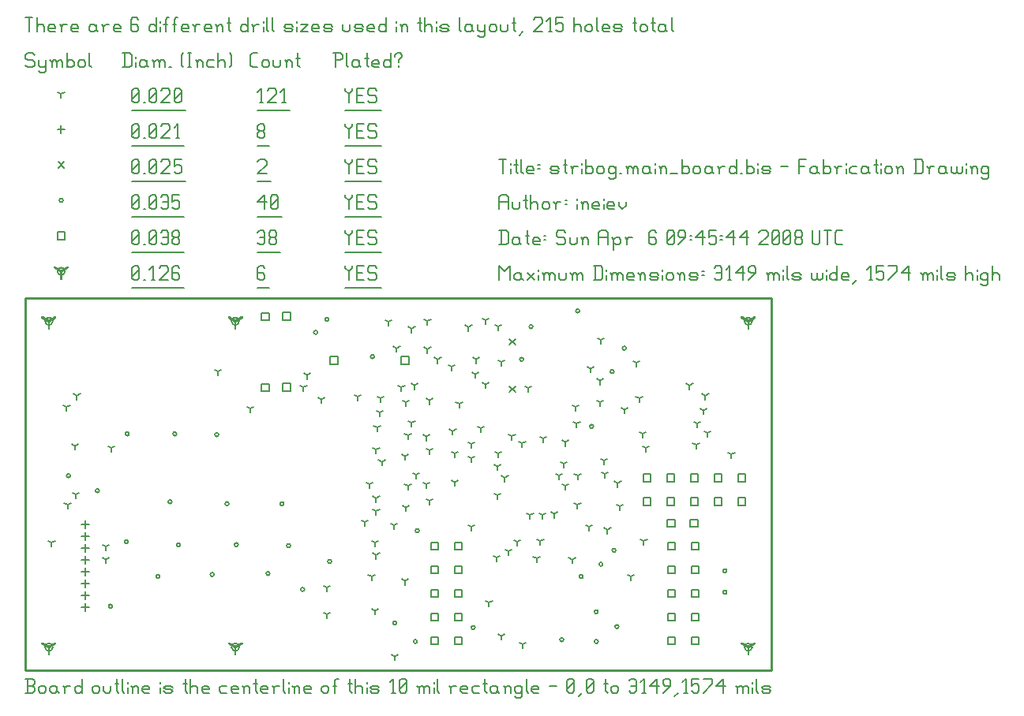
<source format=gbr>
G04 start of page 11 for group -3984 idx -3984
G04 Title: stribog.main_board.bis, fab *
G04 Creator: pcb 20070208 *
G04 CreationDate: Sun Apr  6 09:45:44 2008 UTC *
G04 For: dti *
G04 Format: Gerber/RS-274X *
G04 PCB-Dimensions: 314961 157480 *
G04 PCB-Coordinate-Origin: lower left *
%MOIN*%
%FSLAX24Y24*%
%LNFAB*%
%ADD13C,0.0100*%
%ADD57C,0.0060*%
%ADD64R,0.0080X0.0080*%
G54D64*X8858Y14763D02*Y14443D01*
Y14763D02*X9135Y14923D01*
X8858Y14763D02*X8581Y14923D01*
X8698Y14763D02*G75*G03X9018Y14763I160J0D01*G01*
G75*G03X8698Y14763I-160J0D01*G01*
X30511D02*Y14443D01*
Y14763D02*X30789Y14923D01*
X30511Y14763D02*X30234Y14923D01*
X30351Y14763D02*G75*G03X30671Y14763I160J0D01*G01*
G75*G03X30351Y14763I-160J0D01*G01*
X30511Y984D02*Y664D01*
Y984D02*X30789Y1144D01*
X30511Y984D02*X30234Y1144D01*
X30351Y984D02*G75*G03X30671Y984I160J0D01*G01*
G75*G03X30351Y984I-160J0D01*G01*
X984D02*Y664D01*
Y984D02*X1261Y1144D01*
X984Y984D02*X707Y1144D01*
X824Y984D02*G75*G03X1144Y984I160J0D01*G01*
G75*G03X824Y984I-160J0D01*G01*
X8858Y984D02*Y664D01*
Y984D02*X9135Y1144D01*
X8858Y984D02*X8581Y1144D01*
X8698Y984D02*G75*G03X9018Y984I160J0D01*G01*
G75*G03X8698Y984I-160J0D01*G01*
X984Y14763D02*Y14443D01*
Y14763D02*X1261Y14923D01*
X984Y14763D02*X707Y14923D01*
X824Y14763D02*G75*G03X1144Y14763I160J0D01*G01*
G75*G03X824Y14763I-160J0D01*G01*
X1500Y16873D02*Y16553D01*
Y16873D02*X1777Y17033D01*
X1500Y16873D02*X1222Y17033D01*
X1340Y16873D02*G75*G03X1660Y16873I160J0D01*G01*
G75*G03X1340Y16873I-160J0D01*G01*
G54D57*X13500Y17098D02*Y17023D01*
X13650Y16873D01*
X13800Y17023D01*
Y17098D02*Y17023D01*
X13650Y16873D02*Y16498D01*
X13980Y16798D02*X14205D01*
X13980Y16498D02*X14280D01*
X13980Y17098D02*Y16498D01*
Y17098D02*X14280D01*
X14760D02*X14835Y17023D01*
X14535Y17098D02*X14760D01*
X14460Y17023D02*X14535Y17098D01*
X14460Y17023D02*Y16873D01*
X14535Y16798D01*
X14760D01*
X14835Y16723D01*
Y16573D01*
X14760Y16498D02*X14835Y16573D01*
X14535Y16498D02*X14760D01*
X14460Y16573D02*X14535Y16498D01*
X13500Y16172D02*X15015D01*
X10025Y17098D02*X10100Y17023D01*
X9875Y17098D02*X10025D01*
X9800Y17023D02*X9875Y17098D01*
X9800Y17023D02*Y16573D01*
X9875Y16498D01*
X10025Y16798D02*X10100Y16723D01*
X9800Y16798D02*X10025D01*
X9875Y16498D02*X10025D01*
X10100Y16573D01*
Y16723D02*Y16573D01*
X9800Y16172D02*X10280D01*
X4500Y16573D02*X4575Y16498D01*
X4500Y17023D02*Y16573D01*
Y17023D02*X4575Y17098D01*
X4725D01*
X4800Y17023D01*
Y16573D01*
X4725Y16498D02*X4800Y16573D01*
X4575Y16498D02*X4725D01*
X4500Y16648D02*X4800Y16948D01*
X4980Y16498D02*X5055D01*
X5310D02*X5460D01*
X5385Y17098D02*Y16498D01*
X5235Y16948D02*X5385Y17098D01*
X5640Y17023D02*X5715Y17098D01*
X5940D01*
X6015Y17023D01*
Y16873D01*
X5640Y16498D02*X6015Y16873D01*
X5640Y16498D02*X6015D01*
X6420Y17098D02*X6495Y17023D01*
X6270Y17098D02*X6420D01*
X6195Y17023D02*X6270Y17098D01*
X6195Y17023D02*Y16573D01*
X6270Y16498D01*
X6420Y16798D02*X6495Y16723D01*
X6195Y16798D02*X6420D01*
X6270Y16498D02*X6420D01*
X6495Y16573D01*
Y16723D02*Y16573D01*
X4500Y16172D02*X6675D01*
X28068Y6380D02*X28388D01*
X28068D02*Y6060D01*
X28388D01*
Y6380D02*Y6060D01*
X27084Y6380D02*X27404D01*
X27084D02*Y6060D01*
X27404D01*
Y6380D02*Y6060D01*
X18107Y1419D02*X18427D01*
X18107D02*Y1099D01*
X18427D01*
Y1419D02*Y1099D01*
X17107Y1419D02*X17427D01*
X17107D02*Y1099D01*
X17427D01*
Y1419D02*Y1099D01*
X18107Y2419D02*X18427D01*
X18107D02*Y2099D01*
X18427D01*
Y2419D02*Y2099D01*
X17107Y2419D02*X17427D01*
X17107D02*Y2099D01*
X17427D01*
Y2419D02*Y2099D01*
X18107Y3419D02*X18427D01*
X18107D02*Y3099D01*
X18427D01*
Y3419D02*Y3099D01*
X17107Y3419D02*X17427D01*
X17107D02*Y3099D01*
X17427D01*
Y3419D02*Y3099D01*
X18107Y4419D02*X18427D01*
X18107D02*Y4099D01*
X18427D01*
Y4419D02*Y4099D01*
X17107Y4419D02*X17427D01*
X17107D02*Y4099D01*
X17427D01*
Y4419D02*Y4099D01*
X18107Y5419D02*X18427D01*
X18107D02*Y5099D01*
X18427D01*
Y5419D02*Y5099D01*
X17107Y5419D02*X17427D01*
X17107D02*Y5099D01*
X17427D01*
Y5419D02*Y5099D01*
X28107Y1419D02*X28427D01*
X28107D02*Y1099D01*
X28427D01*
Y1419D02*Y1099D01*
X27107Y1419D02*X27427D01*
X27107D02*Y1099D01*
X27427D01*
Y1419D02*Y1099D01*
X28107Y2419D02*X28427D01*
X28107D02*Y2099D01*
X28427D01*
Y2419D02*Y2099D01*
X27107Y2419D02*X27427D01*
X27107D02*Y2099D01*
X27427D01*
Y2419D02*Y2099D01*
X28107Y3419D02*X28427D01*
X28107D02*Y3099D01*
X28427D01*
Y3419D02*Y3099D01*
X27107Y3419D02*X27427D01*
X27107D02*Y3099D01*
X27427D01*
Y3419D02*Y3099D01*
X28107Y4419D02*X28427D01*
X28107D02*Y4099D01*
X28427D01*
Y4419D02*Y4099D01*
X27107Y4419D02*X27427D01*
X27107D02*Y4099D01*
X27427D01*
Y4419D02*Y4099D01*
X28107Y5419D02*X28427D01*
X28107D02*Y5099D01*
X28427D01*
Y5419D02*Y5099D01*
X27107Y5419D02*X27427D01*
X27107D02*Y5099D01*
X27427D01*
Y5419D02*Y5099D01*
X15863Y13270D02*X16183D01*
X15863D02*Y12950D01*
X16183D01*
Y13270D02*Y12950D01*
X12863Y13270D02*X13183D01*
X12863D02*Y12950D01*
X13183D01*
Y13270D02*Y12950D01*
X9958Y15120D02*X10278D01*
X9958D02*Y14800D01*
X10278D01*
Y15120D02*Y14800D01*
X9958Y12120D02*X10278D01*
X9958D02*Y11800D01*
X10278D01*
Y12120D02*Y11800D01*
X10863Y12128D02*X11183D01*
X10863D02*Y11808D01*
X11183D01*
Y12128D02*Y11808D01*
X10863Y15128D02*X11183D01*
X10863D02*Y14808D01*
X11183D01*
Y15128D02*Y14808D01*
X30076Y8309D02*X30396D01*
X30076D02*Y7989D01*
X30396D01*
Y8309D02*Y7989D01*
X30076Y7309D02*X30396D01*
X30076D02*Y6989D01*
X30396D01*
Y7309D02*Y6989D01*
X29076Y8309D02*X29396D01*
X29076D02*Y7989D01*
X29396D01*
Y8309D02*Y7989D01*
X29076Y7309D02*X29396D01*
X29076D02*Y6989D01*
X29396D01*
Y7309D02*Y6989D01*
X28076Y8309D02*X28396D01*
X28076D02*Y7989D01*
X28396D01*
Y8309D02*Y7989D01*
X28076Y7309D02*X28396D01*
X28076D02*Y6989D01*
X28396D01*
Y7309D02*Y6989D01*
X27076Y8309D02*X27396D01*
X27076D02*Y7989D01*
X27396D01*
Y8309D02*Y7989D01*
X27076Y7309D02*X27396D01*
X27076D02*Y6989D01*
X27396D01*
Y7309D02*Y6989D01*
X26076Y8309D02*X26396D01*
X26076D02*Y7989D01*
X26396D01*
Y8309D02*Y7989D01*
X26076Y7309D02*X26396D01*
X26076D02*Y6989D01*
X26396D01*
Y7309D02*Y6989D01*
X1340Y18533D02*X1660D01*
X1340D02*Y18213D01*
X1660D01*
Y18533D02*Y18213D01*
X13500Y18598D02*Y18523D01*
X13650Y18373D01*
X13800Y18523D01*
Y18598D02*Y18523D01*
X13650Y18373D02*Y17998D01*
X13980Y18298D02*X14205D01*
X13980Y17998D02*X14280D01*
X13980Y18598D02*Y17998D01*
Y18598D02*X14280D01*
X14760D02*X14835Y18523D01*
X14535Y18598D02*X14760D01*
X14460Y18523D02*X14535Y18598D01*
X14460Y18523D02*Y18373D01*
X14535Y18298D01*
X14760D01*
X14835Y18223D01*
Y18073D01*
X14760Y17998D02*X14835Y18073D01*
X14535Y17998D02*X14760D01*
X14460Y18073D02*X14535Y17998D01*
X13500Y17672D02*X15015D01*
X9800Y18523D02*X9875Y18598D01*
X10025D01*
X10100Y18523D01*
Y18073D01*
X10025Y17998D02*X10100Y18073D01*
X9875Y17998D02*X10025D01*
X9800Y18073D02*X9875Y17998D01*
Y18298D02*X10100D01*
X10280Y18073D02*X10355Y17998D01*
X10280Y18223D02*Y18073D01*
Y18223D02*X10355Y18298D01*
X10505D01*
X10580Y18223D01*
Y18073D01*
X10505Y17998D02*X10580Y18073D01*
X10355Y17998D02*X10505D01*
X10280Y18373D02*X10355Y18298D01*
X10280Y18523D02*Y18373D01*
Y18523D02*X10355Y18598D01*
X10505D01*
X10580Y18523D01*
Y18373D01*
X10505Y18298D02*X10580Y18373D01*
X9800Y17672D02*X10760D01*
X4500Y18073D02*X4575Y17998D01*
X4500Y18523D02*Y18073D01*
Y18523D02*X4575Y18598D01*
X4725D01*
X4800Y18523D01*
Y18073D01*
X4725Y17998D02*X4800Y18073D01*
X4575Y17998D02*X4725D01*
X4500Y18148D02*X4800Y18448D01*
X4980Y17998D02*X5055D01*
X5235Y18073D02*X5310Y17998D01*
X5235Y18523D02*Y18073D01*
Y18523D02*X5310Y18598D01*
X5460D01*
X5535Y18523D01*
Y18073D01*
X5460Y17998D02*X5535Y18073D01*
X5310Y17998D02*X5460D01*
X5235Y18148D02*X5535Y18448D01*
X5715Y18523D02*X5790Y18598D01*
X5940D01*
X6015Y18523D01*
Y18073D01*
X5940Y17998D02*X6015Y18073D01*
X5790Y17998D02*X5940D01*
X5715Y18073D02*X5790Y17998D01*
Y18298D02*X6015D01*
X6195Y18073D02*X6270Y17998D01*
X6195Y18223D02*Y18073D01*
Y18223D02*X6270Y18298D01*
X6420D01*
X6495Y18223D01*
Y18073D01*
X6420Y17998D02*X6495Y18073D01*
X6270Y17998D02*X6420D01*
X6195Y18373D02*X6270Y18298D01*
X6195Y18523D02*Y18373D01*
Y18523D02*X6270Y18598D01*
X6420D01*
X6495Y18523D01*
Y18373D01*
X6420Y18298D02*X6495Y18373D01*
X4500Y17672D02*X6675D01*
X18817Y1811D02*G75*G03X18977Y1811I80J0D01*G01*
G75*G03X18817Y1811I-80J0D01*G01*
X15510Y2007D02*G75*G03X15670Y2007I80J0D01*G01*
G75*G03X15510Y2007I-80J0D01*G01*
X25195Y13622D02*G75*G03X25355Y13622I80J0D01*G01*
G75*G03X25195Y13622I-80J0D01*G01*
X24683Y12637D02*G75*G03X24843Y12637I80J0D01*G01*
G75*G03X24683Y12637I-80J0D01*G01*
X23817Y10314D02*G75*G03X23977Y10314I80J0D01*G01*
G75*G03X23817Y10314I-80J0D01*G01*
X22557Y1299D02*G75*G03X22717Y1299I80J0D01*G01*
G75*G03X22557Y1299I-80J0D01*G01*
X16455Y5905D02*G75*G03X16615Y5905I80J0D01*G01*
G75*G03X16455Y5905I-80J0D01*G01*
X24762Y5078D02*G75*G03X24922Y5078I80J0D01*G01*
G75*G03X24762Y5078I-80J0D01*G01*
X12754Y4606D02*G75*G03X12914Y4606I80J0D01*G01*
G75*G03X12754Y4606I-80J0D01*G01*
X24014Y2480D02*G75*G03X24174Y2480I80J0D01*G01*
G75*G03X24014Y2480I-80J0D01*G01*
X24880Y1850D02*G75*G03X25040Y1850I80J0D01*G01*
G75*G03X24880Y1850I-80J0D01*G01*
X12636Y14842D02*G75*G03X12796Y14842I80J0D01*G01*
G75*G03X12636Y14842I-80J0D01*G01*
X21258Y14527D02*G75*G03X21418Y14527I80J0D01*G01*
G75*G03X21258Y14527I-80J0D01*G01*
X16376Y1220D02*G75*G03X16536Y1220I80J0D01*G01*
G75*G03X16376Y1220I-80J0D01*G01*
X23227Y15196D02*G75*G03X23387Y15196I80J0D01*G01*
G75*G03X23227Y15196I-80J0D01*G01*
X12164Y14291D02*G75*G03X12324Y14291I80J0D01*G01*
G75*G03X12164Y14291I-80J0D01*G01*
X29447Y4212D02*G75*G03X29607Y4212I80J0D01*G01*
G75*G03X29447Y4212I-80J0D01*G01*
Y3307D02*G75*G03X29607Y3307I80J0D01*G01*
G75*G03X29447Y3307I-80J0D01*G01*
X5510Y3976D02*G75*G03X5670Y3976I80J0D01*G01*
G75*G03X5510Y3976I-80J0D01*G01*
X24014Y1220D02*G75*G03X24174Y1220I80J0D01*G01*
G75*G03X24014Y1220I-80J0D01*G01*
X14565Y13267D02*G75*G03X14725Y13267I80J0D01*G01*
G75*G03X14565Y13267I-80J0D01*G01*
X3502Y2716D02*G75*G03X3662Y2716I80J0D01*G01*
G75*G03X3502Y2716I-80J0D01*G01*
X20864Y13149D02*G75*G03X21024Y13149I80J0D01*G01*
G75*G03X20864Y13149I-80J0D01*G01*
X23380Y3968D02*G75*G03X23540Y3968I80J0D01*G01*
G75*G03X23380Y3968I-80J0D01*G01*
X4172Y5433D02*G75*G03X4332Y5433I80J0D01*G01*
G75*G03X4172Y5433I-80J0D01*G01*
X1731Y8228D02*G75*G03X1891Y8228I80J0D01*G01*
G75*G03X1731Y8228I-80J0D01*G01*
X2951Y7598D02*G75*G03X3111Y7598I80J0D01*G01*
G75*G03X2951Y7598I-80J0D01*G01*
X4211Y9999D02*G75*G03X4371Y9999I80J0D01*G01*
G75*G03X4211Y9999I-80J0D01*G01*
X24211Y4488D02*G75*G03X24371Y4488I80J0D01*G01*
G75*G03X24211Y4488I-80J0D01*G01*
X7990Y9960D02*G75*G03X8150Y9960I80J0D01*G01*
G75*G03X7990Y9960I-80J0D01*G01*
X8817Y5314D02*G75*G03X8977Y5314I80J0D01*G01*
G75*G03X8817Y5314I-80J0D01*G01*
X11022Y5275D02*G75*G03X11182Y5275I80J0D01*G01*
G75*G03X11022Y5275I-80J0D01*G01*
X6022Y7126D02*G75*G03X6182Y7126I80J0D01*G01*
G75*G03X6022Y7126I-80J0D01*G01*
X8423Y7047D02*G75*G03X8583Y7047I80J0D01*G01*
G75*G03X8423Y7047I-80J0D01*G01*
X10746D02*G75*G03X10906Y7047I80J0D01*G01*
G75*G03X10746Y7047I-80J0D01*G01*
X6219Y10000D02*G75*G03X6379Y10000I80J0D01*G01*
G75*G03X6219Y10000I-80J0D01*G01*
X6376Y5314D02*G75*G03X6536Y5314I80J0D01*G01*
G75*G03X6376Y5314I-80J0D01*G01*
X7794Y4055D02*G75*G03X7954Y4055I80J0D01*G01*
G75*G03X7794Y4055I-80J0D01*G01*
X10156Y4094D02*G75*G03X10316Y4094I80J0D01*G01*
G75*G03X10156Y4094I-80J0D01*G01*
X11612Y3425D02*G75*G03X11772Y3425I80J0D01*G01*
G75*G03X11612Y3425I-80J0D01*G01*
X1420Y19873D02*G75*G03X1580Y19873I80J0D01*G01*
G75*G03X1420Y19873I-80J0D01*G01*
X13500Y20098D02*Y20023D01*
X13650Y19873D01*
X13800Y20023D01*
Y20098D02*Y20023D01*
X13650Y19873D02*Y19498D01*
X13980Y19798D02*X14205D01*
X13980Y19498D02*X14280D01*
X13980Y20098D02*Y19498D01*
Y20098D02*X14280D01*
X14760D02*X14835Y20023D01*
X14535Y20098D02*X14760D01*
X14460Y20023D02*X14535Y20098D01*
X14460Y20023D02*Y19873D01*
X14535Y19798D01*
X14760D01*
X14835Y19723D01*
Y19573D01*
X14760Y19498D02*X14835Y19573D01*
X14535Y19498D02*X14760D01*
X14460Y19573D02*X14535Y19498D01*
X13500Y19172D02*X15015D01*
X9800Y19798D02*X10100Y20098D01*
X9800Y19798D02*X10175D01*
X10100Y20098D02*Y19498D01*
X10355Y19573D02*X10430Y19498D01*
X10355Y20023D02*Y19573D01*
Y20023D02*X10430Y20098D01*
X10580D01*
X10655Y20023D01*
Y19573D01*
X10580Y19498D02*X10655Y19573D01*
X10430Y19498D02*X10580D01*
X10355Y19648D02*X10655Y19948D01*
X9800Y19172D02*X10835D01*
X4500Y19573D02*X4575Y19498D01*
X4500Y20023D02*Y19573D01*
Y20023D02*X4575Y20098D01*
X4725D01*
X4800Y20023D01*
Y19573D01*
X4725Y19498D02*X4800Y19573D01*
X4575Y19498D02*X4725D01*
X4500Y19648D02*X4800Y19948D01*
X4980Y19498D02*X5055D01*
X5235Y19573D02*X5310Y19498D01*
X5235Y20023D02*Y19573D01*
Y20023D02*X5310Y20098D01*
X5460D01*
X5535Y20023D01*
Y19573D01*
X5460Y19498D02*X5535Y19573D01*
X5310Y19498D02*X5460D01*
X5235Y19648D02*X5535Y19948D01*
X5715Y20023D02*X5790Y20098D01*
X5940D01*
X6015Y20023D01*
Y19573D01*
X5940Y19498D02*X6015Y19573D01*
X5790Y19498D02*X5940D01*
X5715Y19573D02*X5790Y19498D01*
Y19798D02*X6015D01*
X6195Y20098D02*X6495D01*
X6195D02*Y19798D01*
X6270Y19873D01*
X6420D01*
X6495Y19798D01*
Y19573D01*
X6420Y19498D02*X6495Y19573D01*
X6270Y19498D02*X6420D01*
X6195Y19573D02*X6270Y19498D01*
X4500Y19172D02*X6675D01*
X20431Y12009D02*X20671Y11769D01*
X20431D02*X20671Y12009D01*
X20431Y14009D02*X20671Y13769D01*
X20431D02*X20671Y14009D01*
X1380Y21493D02*X1620Y21253D01*
X1380D02*X1620Y21493D01*
X13500Y21598D02*Y21523D01*
X13650Y21373D01*
X13800Y21523D01*
Y21598D02*Y21523D01*
X13650Y21373D02*Y20998D01*
X13980Y21298D02*X14205D01*
X13980Y20998D02*X14280D01*
X13980Y21598D02*Y20998D01*
Y21598D02*X14280D01*
X14760D02*X14835Y21523D01*
X14535Y21598D02*X14760D01*
X14460Y21523D02*X14535Y21598D01*
X14460Y21523D02*Y21373D01*
X14535Y21298D01*
X14760D01*
X14835Y21223D01*
Y21073D01*
X14760Y20998D02*X14835Y21073D01*
X14535Y20998D02*X14760D01*
X14460Y21073D02*X14535Y20998D01*
X13500Y20672D02*X15015D01*
X9800Y21523D02*X9875Y21598D01*
X10100D01*
X10175Y21523D01*
Y21373D01*
X9800Y20998D02*X10175Y21373D01*
X9800Y20998D02*X10175D01*
X9800Y20672D02*X10355D01*
X4500Y21073D02*X4575Y20998D01*
X4500Y21523D02*Y21073D01*
Y21523D02*X4575Y21598D01*
X4725D01*
X4800Y21523D01*
Y21073D01*
X4725Y20998D02*X4800Y21073D01*
X4575Y20998D02*X4725D01*
X4500Y21148D02*X4800Y21448D01*
X4980Y20998D02*X5055D01*
X5235Y21073D02*X5310Y20998D01*
X5235Y21523D02*Y21073D01*
Y21523D02*X5310Y21598D01*
X5460D01*
X5535Y21523D01*
Y21073D01*
X5460Y20998D02*X5535Y21073D01*
X5310Y20998D02*X5460D01*
X5235Y21148D02*X5535Y21448D01*
X5715Y21523D02*X5790Y21598D01*
X6015D01*
X6090Y21523D01*
Y21373D01*
X5715Y20998D02*X6090Y21373D01*
X5715Y20998D02*X6090D01*
X6270Y21598D02*X6570D01*
X6270D02*Y21298D01*
X6345Y21373D01*
X6495D01*
X6570Y21298D01*
Y21073D01*
X6495Y20998D02*X6570Y21073D01*
X6345Y20998D02*X6495D01*
X6270Y21073D02*X6345Y20998D01*
X4500Y20672D02*X6750D01*
X2519Y6337D02*Y6017D01*
X2359Y6177D02*X2679D01*
X2519Y5837D02*Y5517D01*
X2359Y5677D02*X2679D01*
X2519Y5337D02*Y5017D01*
X2359Y5177D02*X2679D01*
X2519Y4837D02*Y4517D01*
X2359Y4677D02*X2679D01*
X2519Y4337D02*Y4017D01*
X2359Y4177D02*X2679D01*
X2519Y3837D02*Y3517D01*
X2359Y3677D02*X2679D01*
X2519Y3337D02*Y3017D01*
X2359Y3177D02*X2679D01*
X2519Y2837D02*Y2517D01*
X2359Y2677D02*X2679D01*
X1500Y23033D02*Y22713D01*
X1340Y22873D02*X1660D01*
X13500Y23098D02*Y23023D01*
X13650Y22873D01*
X13800Y23023D01*
Y23098D02*Y23023D01*
X13650Y22873D02*Y22498D01*
X13980Y22798D02*X14205D01*
X13980Y22498D02*X14280D01*
X13980Y23098D02*Y22498D01*
Y23098D02*X14280D01*
X14760D02*X14835Y23023D01*
X14535Y23098D02*X14760D01*
X14460Y23023D02*X14535Y23098D01*
X14460Y23023D02*Y22873D01*
X14535Y22798D01*
X14760D01*
X14835Y22723D01*
Y22573D01*
X14760Y22498D02*X14835Y22573D01*
X14535Y22498D02*X14760D01*
X14460Y22573D02*X14535Y22498D01*
X13500Y22172D02*X15015D01*
X9800Y22573D02*X9875Y22498D01*
X9800Y22723D02*Y22573D01*
Y22723D02*X9875Y22798D01*
X10025D01*
X10100Y22723D01*
Y22573D01*
X10025Y22498D02*X10100Y22573D01*
X9875Y22498D02*X10025D01*
X9800Y22873D02*X9875Y22798D01*
X9800Y23023D02*Y22873D01*
Y23023D02*X9875Y23098D01*
X10025D01*
X10100Y23023D01*
Y22873D01*
X10025Y22798D02*X10100Y22873D01*
X9800Y22172D02*X10280D01*
X4500Y22573D02*X4575Y22498D01*
X4500Y23023D02*Y22573D01*
Y23023D02*X4575Y23098D01*
X4725D01*
X4800Y23023D01*
Y22573D01*
X4725Y22498D02*X4800Y22573D01*
X4575Y22498D02*X4725D01*
X4500Y22648D02*X4800Y22948D01*
X4980Y22498D02*X5055D01*
X5235Y22573D02*X5310Y22498D01*
X5235Y23023D02*Y22573D01*
Y23023D02*X5310Y23098D01*
X5460D01*
X5535Y23023D01*
Y22573D01*
X5460Y22498D02*X5535Y22573D01*
X5310Y22498D02*X5460D01*
X5235Y22648D02*X5535Y22948D01*
X5715Y23023D02*X5790Y23098D01*
X6015D01*
X6090Y23023D01*
Y22873D01*
X5715Y22498D02*X6090Y22873D01*
X5715Y22498D02*X6090D01*
X6345D02*X6495D01*
X6420Y23098D02*Y22498D01*
X6270Y22948D02*X6420Y23098D01*
X4500Y22172D02*X6675D01*
X21850Y9803D02*Y9643D01*
Y9803D02*X21988Y9883D01*
X21850Y9803D02*X21711Y9883D01*
X28779Y10039D02*Y9879D01*
Y10039D02*X28918Y10119D01*
X28779Y10039D02*X28640Y10119D01*
X26181Y9409D02*Y9249D01*
Y9409D02*X26319Y9489D01*
X26181Y9409D02*X26042Y9489D01*
X28031Y12047D02*Y11887D01*
Y12047D02*X28170Y12127D01*
X28031Y12047D02*X27892Y12127D01*
X16299Y14448D02*Y14288D01*
Y14448D02*X16437Y14528D01*
X16299Y14448D02*X16160Y14528D01*
X24252Y12244D02*Y12084D01*
Y12244D02*X24390Y12324D01*
X24252Y12244D02*X24113Y12324D01*
X23228Y11141D02*Y10981D01*
Y11141D02*X23366Y11221D01*
X23228Y11141D02*X23089Y11221D01*
X19566Y2874D02*Y2714D01*
Y2874D02*X19705Y2954D01*
X19566Y2874D02*X19428Y2954D01*
X15866Y11968D02*Y11808D01*
Y11968D02*X16004Y12048D01*
X15866Y11968D02*X15727Y12048D01*
X19409Y12086D02*Y11926D01*
Y12086D02*X19548Y12166D01*
X19409Y12086D02*X19270Y12166D01*
X19015Y13149D02*Y12989D01*
Y13149D02*X19154Y13229D01*
X19015Y13149D02*X18877Y13229D01*
X15669Y13622D02*Y13462D01*
Y13622D02*X15807Y13702D01*
X15669Y13622D02*X15530Y13702D01*
X3385Y5236D02*Y5076D01*
Y5236D02*X3524Y5316D01*
X3385Y5236D02*X3247Y5316D01*
X15314Y14724D02*Y14564D01*
Y14724D02*X15453Y14804D01*
X15314Y14724D02*X15176Y14804D01*
X18976Y12519D02*Y12359D01*
Y12519D02*X19115Y12599D01*
X18976Y12519D02*X18837Y12599D01*
X17992Y12834D02*Y12674D01*
Y12834D02*X18130Y12914D01*
X17992Y12834D02*X17853Y12914D01*
X20236Y8149D02*Y7989D01*
Y8149D02*X20374Y8229D01*
X20236Y8149D02*X20097Y8229D01*
X17401Y13149D02*Y12989D01*
Y13149D02*X17540Y13229D01*
X17401Y13149D02*X17263Y13229D01*
X19409Y14803D02*Y14643D01*
Y14803D02*X19548Y14883D01*
X19409Y14803D02*X19270Y14883D01*
X23267Y10433D02*Y10273D01*
Y10433D02*X23406Y10513D01*
X23267Y10433D02*X23129Y10513D01*
X21732Y5476D02*Y5316D01*
Y5476D02*X21870Y5556D01*
X21732Y5476D02*X21593Y5556D01*
X25905Y11496D02*Y11336D01*
Y11496D02*X26044Y11576D01*
X25905Y11496D02*X25766Y11576D01*
X18818Y6063D02*Y5903D01*
Y6063D02*X18957Y6143D01*
X18818Y6063D02*X18680Y6143D01*
X20748Y5433D02*Y5273D01*
Y5433D02*X20886Y5513D01*
X20748Y5433D02*X20609Y5513D01*
X21299Y6574D02*Y6414D01*
Y6574D02*X21437Y6654D01*
X21299Y6574D02*X21160Y6654D01*
X16141Y9925D02*Y9765D01*
Y9925D02*X16280Y10005D01*
X16141Y9925D02*X16003Y10005D01*
X28700Y11614D02*Y11454D01*
Y11614D02*X28839Y11694D01*
X28700Y11614D02*X28562Y11694D01*
X14330Y6259D02*Y6099D01*
Y6259D02*X14469Y6339D01*
X14330Y6259D02*X14192Y6339D01*
X22322Y6614D02*Y6454D01*
Y6614D02*X22461Y6694D01*
X22322Y6614D02*X22184Y6694D01*
X22795Y9645D02*Y9485D01*
Y9645D02*X22933Y9725D01*
X22795Y9645D02*X22656Y9725D01*
X26063Y10000D02*Y9840D01*
Y10000D02*X26201Y10080D01*
X26063Y10000D02*X25924Y10080D01*
X28621Y10984D02*Y10824D01*
Y10984D02*X28760Y11064D01*
X28621Y10984D02*X28483Y11064D01*
X20968Y9602D02*Y9442D01*
Y9602D02*X21107Y9682D01*
X20968Y9602D02*X20829Y9682D01*
X24291Y13976D02*Y13816D01*
Y13976D02*X24429Y14056D01*
X24291Y13976D02*X24152Y14056D01*
X28346Y10433D02*Y10273D01*
Y10433D02*X28484Y10513D01*
X28346Y10433D02*X28207Y10513D01*
X23070Y4685D02*Y4525D01*
Y4685D02*X23209Y4765D01*
X23070Y4685D02*X22932Y4765D01*
X14803Y6732D02*Y6572D01*
Y6732D02*X14941Y6812D01*
X14803Y6732D02*X14664Y6812D01*
X23779Y6063D02*Y5903D01*
Y6063D02*X23918Y6143D01*
X23779Y6063D02*X23640Y6143D01*
X18826Y9566D02*Y9406D01*
Y9566D02*X18965Y9646D01*
X18826Y9566D02*X18688Y9646D01*
X16417Y12047D02*Y11887D01*
Y12047D02*X16556Y12127D01*
X16417Y12047D02*X16278Y12127D01*
X14842Y10275D02*Y10115D01*
Y10275D02*X14981Y10355D01*
X14842Y10275D02*X14703Y10355D01*
X20078Y1456D02*Y1296D01*
Y1456D02*X20217Y1536D01*
X20078Y1456D02*X19940Y1536D01*
X21811Y6574D02*Y6414D01*
Y6574D02*X21949Y6654D01*
X21811Y6574D02*X21672Y6654D01*
X19960Y9173D02*Y9013D01*
Y9173D02*X20099Y9253D01*
X19960Y9173D02*X19822Y9253D01*
X21574Y4724D02*Y4564D01*
Y4724D02*X21713Y4804D01*
X21574Y4724D02*X21436Y4804D01*
X19921Y8622D02*Y8462D01*
Y8622D02*X20059Y8702D01*
X19921Y8622D02*X19782Y8702D01*
X14763Y5393D02*Y5233D01*
Y5393D02*X14902Y5473D01*
X14763Y5393D02*X14625Y5473D01*
X20535Y9901D02*Y9741D01*
Y9901D02*X20674Y9981D01*
X20535Y9901D02*X20396Y9981D01*
X16055Y6885D02*Y6725D01*
Y6885D02*X16193Y6965D01*
X16055Y6885D02*X15916Y6965D01*
X25000Y7913D02*Y7753D01*
Y7913D02*X25138Y7993D01*
X25000Y7913D02*X24861Y7993D01*
X24409Y8858D02*Y8698D01*
Y8858D02*X24548Y8938D01*
X24409Y8858D02*X24270Y8938D01*
X21220Y11929D02*Y11769D01*
Y11929D02*X21359Y12009D01*
X21220Y11929D02*X21081Y12009D01*
X18307Y11259D02*Y11099D01*
Y11259D02*X18445Y11339D01*
X18307Y11259D02*X18168Y11339D01*
X22795Y7795D02*Y7635D01*
Y7795D02*X22933Y7875D01*
X22795Y7795D02*X22656Y7875D01*
X22519Y8228D02*Y8068D01*
Y8228D02*X22658Y8308D01*
X22519Y8228D02*X22381Y8308D01*
X23307Y8228D02*Y8068D01*
Y8228D02*X23445Y8308D01*
X23307Y8228D02*X23168Y8308D01*
X22716Y8740D02*Y8580D01*
Y8740D02*X22855Y8820D01*
X22716Y8740D02*X22577Y8820D01*
X23858Y12755D02*Y12595D01*
Y12755D02*X23996Y12835D01*
X23858Y12755D02*X23719Y12835D01*
X18110Y9173D02*Y9013D01*
Y9173D02*X18248Y9253D01*
X18110Y9173D02*X17971Y9253D01*
X24252Y11338D02*Y11178D01*
Y11338D02*X24390Y11418D01*
X24252Y11338D02*X24113Y11418D01*
X25275Y11023D02*Y10863D01*
Y11023D02*X25414Y11103D01*
X25275Y11023D02*X25137Y11103D01*
X20984Y1102D02*Y942D01*
Y1102D02*X21122Y1182D01*
X20984Y1102D02*X20845Y1182D01*
X19921Y7401D02*Y7241D01*
Y7401D02*X20059Y7481D01*
X19921Y7401D02*X19782Y7481D01*
X14803Y4881D02*Y4721D01*
Y4881D02*X14941Y4961D01*
X14803Y4881D02*X14664Y4961D01*
X16968Y14763D02*Y14603D01*
Y14763D02*X17107Y14843D01*
X16968Y14763D02*X16829Y14843D01*
X25787Y12992D02*Y12832D01*
Y12992D02*X25926Y13072D01*
X25787Y12992D02*X25648Y13072D01*
X19960Y14527D02*Y14367D01*
Y14527D02*X20099Y14607D01*
X19960Y14527D02*X19822Y14607D01*
X28307Y9527D02*Y9367D01*
Y9527D02*X28445Y9607D01*
X28307Y9527D02*X28168Y9607D01*
X11732Y11968D02*Y11808D01*
Y11968D02*X11870Y12048D01*
X11732Y11968D02*X11593Y12048D01*
X8110Y12637D02*Y12477D01*
Y12637D02*X8248Y12717D01*
X8110Y12637D02*X7971Y12717D01*
X24448Y8307D02*Y8147D01*
Y8307D02*X24587Y8387D01*
X24448Y8307D02*X24310Y8387D01*
X14606Y3976D02*Y3816D01*
Y3976D02*X14744Y4056D01*
X14606Y3976D02*X14467Y4056D01*
X16496Y8267D02*Y8107D01*
Y8267D02*X16634Y8347D01*
X16496Y8267D02*X16357Y8347D01*
X16929Y9881D02*Y9721D01*
Y9881D02*X17067Y9961D01*
X16929Y9881D02*X16790Y9961D01*
X16023Y9055D02*Y8895D01*
Y9055D02*X16162Y9135D01*
X16023Y9055D02*X15885Y9135D01*
X14976Y11496D02*Y11336D01*
Y11496D02*X15115Y11576D01*
X14976Y11496D02*X14837Y11576D01*
X14960Y10905D02*Y10745D01*
Y10905D02*X15099Y10985D01*
X14960Y10905D02*X14822Y10985D01*
X14803Y9330D02*Y9170D01*
Y9330D02*X14941Y9410D01*
X14803Y9330D02*X14664Y9410D01*
X15039Y8818D02*Y8658D01*
Y8818D02*X15178Y8898D01*
X15039Y8818D02*X14900Y8898D01*
X25551Y3976D02*Y3816D01*
Y3976D02*X25689Y4056D01*
X25551Y3976D02*X25412Y4056D01*
X17047Y9291D02*Y9131D01*
Y9291D02*X17185Y9371D01*
X17047Y9291D02*X16908Y9371D01*
X17047Y7165D02*Y7005D01*
Y7165D02*X17185Y7245D01*
X17047Y7165D02*X16908Y7245D01*
X14803Y7283D02*Y7123D01*
Y7283D02*X14941Y7363D01*
X14803Y7283D02*X14664Y7363D01*
X20393Y5027D02*Y4867D01*
Y5027D02*X20532Y5107D01*
X20393Y5027D02*X20255Y5107D01*
X17047Y11417D02*Y11257D01*
Y11417D02*X17185Y11497D01*
X17047Y11417D02*X16908Y11497D01*
X16929Y7874D02*Y7714D01*
Y7874D02*X17067Y7954D01*
X16929Y7874D02*X16790Y7954D01*
X15590Y590D02*Y430D01*
Y590D02*X15729Y670D01*
X15590Y590D02*X15451Y670D01*
X18826Y8976D02*Y8816D01*
Y8976D02*X18965Y9056D01*
X18826Y8976D02*X18688Y9056D01*
X1771Y7007D02*Y6847D01*
Y7007D02*X1910Y7087D01*
X1771Y7007D02*X1633Y7087D01*
X20078Y13031D02*Y12871D01*
Y13031D02*X20217Y13111D01*
X20078Y13031D02*X19940Y13111D01*
X23303Y7000D02*Y6840D01*
Y7000D02*X23441Y7080D01*
X23303Y7000D02*X23164Y7080D01*
X16063Y11338D02*Y11178D01*
Y11338D02*X16201Y11418D01*
X16063Y11338D02*X15924Y11418D01*
X16299Y10472D02*Y10312D01*
Y10472D02*X16437Y10552D01*
X16299Y10472D02*X16160Y10552D01*
X26102Y5472D02*Y5312D01*
Y5472D02*X26241Y5552D01*
X26102Y5472D02*X25963Y5552D01*
X24566Y5944D02*Y5784D01*
Y5944D02*X24705Y6024D01*
X24566Y5944D02*X24428Y6024D01*
X14763Y2519D02*Y2359D01*
Y2519D02*X14902Y2599D01*
X14763Y2519D02*X14625Y2599D01*
X16023Y3779D02*Y3619D01*
Y3779D02*X16162Y3859D01*
X16023Y3779D02*X15885Y3859D01*
X11889Y12480D02*Y12320D01*
Y12480D02*X12028Y12560D01*
X11889Y12480D02*X11751Y12560D01*
X12716Y3503D02*Y3343D01*
Y3503D02*X12855Y3583D01*
X12716Y3503D02*X12577Y3583D01*
X14015Y11574D02*Y11414D01*
Y11574D02*X14154Y11654D01*
X14015Y11574D02*X13877Y11654D01*
X16141Y7795D02*Y7635D01*
Y7795D02*X16280Y7875D01*
X16141Y7795D02*X16003Y7875D01*
X18110Y7952D02*Y7792D01*
Y7952D02*X18248Y8032D01*
X18110Y7952D02*X17971Y8032D01*
X18031Y10118D02*Y9958D01*
Y10118D02*X18170Y10198D01*
X18031Y10118D02*X17892Y10198D01*
X19212Y10236D02*Y10076D01*
Y10236D02*X19351Y10316D01*
X19212Y10236D02*X19074Y10316D01*
X25078Y6929D02*Y6769D01*
Y6929D02*X25217Y7009D01*
X25078Y6929D02*X24940Y7009D01*
X15551Y6141D02*Y5981D01*
Y6141D02*X15689Y6221D01*
X15551Y6141D02*X15412Y6221D01*
X14527Y7874D02*Y7714D01*
Y7874D02*X14666Y7954D01*
X14527Y7874D02*X14388Y7954D01*
X18700Y14511D02*Y14351D01*
Y14511D02*X18839Y14591D01*
X18700Y14511D02*X18562Y14591D01*
X19881Y4763D02*Y4603D01*
Y4763D02*X20020Y4843D01*
X19881Y4763D02*X19743Y4843D01*
X12716Y2362D02*Y2202D01*
Y2362D02*X12855Y2442D01*
X12716Y2362D02*X12578Y2442D01*
X3385Y4685D02*Y4525D01*
Y4685D02*X3524Y4765D01*
X3385Y4685D02*X3247Y4765D01*
X1732Y11141D02*Y10981D01*
Y11141D02*X1871Y11221D01*
X1732Y11141D02*X1593Y11221D01*
X3610Y9405D02*Y9245D01*
Y9405D02*X3748Y9485D01*
X3610Y9405D02*X3471Y9485D01*
X2126Y7440D02*Y7280D01*
Y7440D02*X2264Y7520D01*
X2126Y7440D02*X1987Y7520D01*
X12480Y11456D02*Y11296D01*
Y11456D02*X12618Y11536D01*
X12480Y11456D02*X12341Y11536D01*
X2086Y9488D02*Y9328D01*
Y9488D02*X2225Y9568D01*
X2086Y9488D02*X1948Y9568D01*
X1102Y5393D02*Y5233D01*
Y5393D02*X1241Y5473D01*
X1102Y5393D02*X963Y5473D01*
X2165Y11614D02*Y11454D01*
Y11614D02*X2304Y11694D01*
X2165Y11614D02*X2026Y11694D01*
X9488Y11062D02*Y10902D01*
Y11062D02*X9626Y11142D01*
X9488Y11062D02*X9349Y11142D01*
X29803Y9133D02*Y8973D01*
Y9133D02*X29941Y9213D01*
X29803Y9133D02*X29664Y9213D01*
X16968Y13582D02*Y13422D01*
Y13582D02*X17107Y13662D01*
X16968Y13582D02*X16829Y13662D01*
X1500Y24373D02*Y24213D01*
Y24373D02*X1638Y24453D01*
X1500Y24373D02*X1361Y24453D01*
X13500Y24598D02*Y24523D01*
X13650Y24373D01*
X13800Y24523D01*
Y24598D02*Y24523D01*
X13650Y24373D02*Y23998D01*
X13980Y24298D02*X14205D01*
X13980Y23998D02*X14280D01*
X13980Y24598D02*Y23998D01*
Y24598D02*X14280D01*
X14760D02*X14835Y24523D01*
X14535Y24598D02*X14760D01*
X14460Y24523D02*X14535Y24598D01*
X14460Y24523D02*Y24373D01*
X14535Y24298D01*
X14760D01*
X14835Y24223D01*
Y24073D01*
X14760Y23998D02*X14835Y24073D01*
X14535Y23998D02*X14760D01*
X14460Y24073D02*X14535Y23998D01*
X13500Y23672D02*X15015D01*
X9875Y23998D02*X10025D01*
X9950Y24598D02*Y23998D01*
X9800Y24448D02*X9950Y24598D01*
X10205Y24523D02*X10280Y24598D01*
X10505D01*
X10580Y24523D01*
Y24373D01*
X10205Y23998D02*X10580Y24373D01*
X10205Y23998D02*X10580D01*
X10835D02*X10985D01*
X10910Y24598D02*Y23998D01*
X10760Y24448D02*X10910Y24598D01*
X9800Y23672D02*X11165D01*
X4500Y24073D02*X4575Y23998D01*
X4500Y24523D02*Y24073D01*
Y24523D02*X4575Y24598D01*
X4725D01*
X4800Y24523D01*
Y24073D01*
X4725Y23998D02*X4800Y24073D01*
X4575Y23998D02*X4725D01*
X4500Y24148D02*X4800Y24448D01*
X4980Y23998D02*X5055D01*
X5235Y24073D02*X5310Y23998D01*
X5235Y24523D02*Y24073D01*
Y24523D02*X5310Y24598D01*
X5460D01*
X5535Y24523D01*
Y24073D01*
X5460Y23998D02*X5535Y24073D01*
X5310Y23998D02*X5460D01*
X5235Y24148D02*X5535Y24448D01*
X5715Y24523D02*X5790Y24598D01*
X6015D01*
X6090Y24523D01*
Y24373D01*
X5715Y23998D02*X6090Y24373D01*
X5715Y23998D02*X6090D01*
X6270Y24073D02*X6345Y23998D01*
X6270Y24523D02*Y24073D01*
Y24523D02*X6345Y24598D01*
X6495D01*
X6570Y24523D01*
Y24073D01*
X6495Y23998D02*X6570Y24073D01*
X6345Y23998D02*X6495D01*
X6270Y24148D02*X6570Y24448D01*
X4500Y23672D02*X6750D01*
X300Y26098D02*X375Y26023D01*
X75Y26098D02*X300D01*
X0Y26023D02*X75Y26098D01*
X0Y26023D02*Y25873D01*
X75Y25798D01*
X300D01*
X375Y25723D01*
Y25573D01*
X300Y25498D02*X375Y25573D01*
X75Y25498D02*X300D01*
X0Y25573D02*X75Y25498D01*
X555Y25798D02*Y25573D01*
X630Y25498D01*
X855Y25798D02*Y25348D01*
X780Y25273D02*X855Y25348D01*
X630Y25273D02*X780D01*
X555Y25348D02*X630Y25273D01*
Y25498D02*X780D01*
X855Y25573D01*
X1110Y25723D02*Y25498D01*
Y25723D02*X1185Y25798D01*
X1260D01*
X1335Y25723D01*
Y25498D01*
Y25723D02*X1410Y25798D01*
X1485D01*
X1560Y25723D01*
Y25498D01*
X1035Y25798D02*X1110Y25723D01*
X1740Y26098D02*Y25498D01*
Y25573D02*X1815Y25498D01*
X1965D01*
X2040Y25573D01*
Y25723D02*Y25573D01*
X1965Y25798D02*X2040Y25723D01*
X1815Y25798D02*X1965D01*
X1740Y25723D02*X1815Y25798D01*
X2220Y25723D02*Y25573D01*
Y25723D02*X2295Y25798D01*
X2445D01*
X2520Y25723D01*
Y25573D01*
X2445Y25498D02*X2520Y25573D01*
X2295Y25498D02*X2445D01*
X2220Y25573D02*X2295Y25498D01*
X2700Y26098D02*Y25573D01*
X2775Y25498D01*
X4175Y26098D02*Y25498D01*
X4400Y26098D02*X4475Y26023D01*
Y25573D01*
X4400Y25498D02*X4475Y25573D01*
X4100Y25498D02*X4400D01*
X4100Y26098D02*X4400D01*
X4655Y25948D02*Y25873D01*
Y25723D02*Y25498D01*
X5030Y25798D02*X5105Y25723D01*
X4880Y25798D02*X5030D01*
X4805Y25723D02*X4880Y25798D01*
X4805Y25723D02*Y25573D01*
X4880Y25498D01*
X5105Y25798D02*Y25573D01*
X5180Y25498D01*
X4880D02*X5030D01*
X5105Y25573D01*
X5435Y25723D02*Y25498D01*
Y25723D02*X5510Y25798D01*
X5585D01*
X5660Y25723D01*
Y25498D01*
Y25723D02*X5735Y25798D01*
X5810D01*
X5885Y25723D01*
Y25498D01*
X5360Y25798D02*X5435Y25723D01*
X6065Y25498D02*X6140D01*
X6590Y25573D02*X6665Y25498D01*
X6590Y26023D02*X6665Y26098D01*
X6590Y26023D02*Y25573D01*
X6845Y26098D02*X6995D01*
X6920D02*Y25498D01*
X6845D02*X6995D01*
X7251Y25723D02*Y25498D01*
Y25723D02*X7326Y25798D01*
X7401D01*
X7476Y25723D01*
Y25498D01*
X7176Y25798D02*X7251Y25723D01*
X7731Y25798D02*X7956D01*
X7656Y25723D02*X7731Y25798D01*
X7656Y25723D02*Y25573D01*
X7731Y25498D01*
X7956D01*
X8136Y26098D02*Y25498D01*
Y25723D02*X8211Y25798D01*
X8361D01*
X8436Y25723D01*
Y25498D01*
X8616Y26098D02*X8691Y26023D01*
Y25573D01*
X8616Y25498D02*X8691Y25573D01*
X9575Y25498D02*X9800D01*
X9500Y25573D02*X9575Y25498D01*
X9500Y26023D02*Y25573D01*
Y26023D02*X9575Y26098D01*
X9800D01*
X9980Y25723D02*Y25573D01*
Y25723D02*X10055Y25798D01*
X10205D01*
X10280Y25723D01*
Y25573D01*
X10205Y25498D02*X10280Y25573D01*
X10055Y25498D02*X10205D01*
X9980Y25573D02*X10055Y25498D01*
X10460Y25798D02*Y25573D01*
X10535Y25498D01*
X10685D01*
X10760Y25573D01*
Y25798D02*Y25573D01*
X11015Y25723D02*Y25498D01*
Y25723D02*X11090Y25798D01*
X11165D01*
X11240Y25723D01*
Y25498D01*
X10940Y25798D02*X11015Y25723D01*
X11495Y26098D02*Y25573D01*
X11570Y25498D01*
X11420Y25873D02*X11570D01*
X13075Y26098D02*Y25498D01*
X13000Y26098D02*X13300D01*
X13375Y26023D01*
Y25873D01*
X13300Y25798D02*X13375Y25873D01*
X13075Y25798D02*X13300D01*
X13555Y26098D02*Y25573D01*
X13630Y25498D01*
X14005Y25798D02*X14080Y25723D01*
X13855Y25798D02*X14005D01*
X13780Y25723D02*X13855Y25798D01*
X13780Y25723D02*Y25573D01*
X13855Y25498D01*
X14080Y25798D02*Y25573D01*
X14155Y25498D01*
X13855D02*X14005D01*
X14080Y25573D01*
X14410Y26098D02*Y25573D01*
X14485Y25498D01*
X14335Y25873D02*X14485D01*
X14710Y25498D02*X14935D01*
X14635Y25573D02*X14710Y25498D01*
X14635Y25723D02*Y25573D01*
Y25723D02*X14710Y25798D01*
X14860D01*
X14935Y25723D01*
X14635Y25648D02*X14935D01*
Y25723D02*Y25648D01*
X15415Y26098D02*Y25498D01*
X15340D02*X15415Y25573D01*
X15190Y25498D02*X15340D01*
X15115Y25573D02*X15190Y25498D01*
X15115Y25723D02*Y25573D01*
Y25723D02*X15190Y25798D01*
X15340D01*
X15415Y25723D01*
X15745Y25798D02*Y25723D01*
Y25573D02*Y25498D01*
X15595Y26023D02*Y25948D01*
Y26023D02*X15670Y26098D01*
X15820D01*
X15895Y26023D01*
Y25948D01*
X15745Y25798D02*X15895Y25948D01*
X0Y27598D02*X300D01*
X150D02*Y26998D01*
X480Y27598D02*Y26998D01*
Y27223D02*X555Y27298D01*
X705D01*
X780Y27223D01*
Y26998D01*
X1035D02*X1260D01*
X960Y27073D02*X1035Y26998D01*
X960Y27223D02*Y27073D01*
Y27223D02*X1035Y27298D01*
X1185D01*
X1260Y27223D01*
X960Y27148D02*X1260D01*
Y27223D02*Y27148D01*
X1515Y27223D02*Y26998D01*
Y27223D02*X1590Y27298D01*
X1740D01*
X1440D02*X1515Y27223D01*
X1995Y26998D02*X2220D01*
X1920Y27073D02*X1995Y26998D01*
X1920Y27223D02*Y27073D01*
Y27223D02*X1995Y27298D01*
X2145D01*
X2220Y27223D01*
X1920Y27148D02*X2220D01*
Y27223D02*Y27148D01*
X2895Y27298D02*X2970Y27223D01*
X2745Y27298D02*X2895D01*
X2670Y27223D02*X2745Y27298D01*
X2670Y27223D02*Y27073D01*
X2745Y26998D01*
X2970Y27298D02*Y27073D01*
X3045Y26998D01*
X2745D02*X2895D01*
X2970Y27073D01*
X3300Y27223D02*Y26998D01*
Y27223D02*X3375Y27298D01*
X3525D01*
X3225D02*X3300Y27223D01*
X3781Y26998D02*X4006D01*
X3706Y27073D02*X3781Y26998D01*
X3706Y27223D02*Y27073D01*
Y27223D02*X3781Y27298D01*
X3931D01*
X4006Y27223D01*
X3706Y27148D02*X4006D01*
Y27223D02*Y27148D01*
X4681Y27598D02*X4756Y27523D01*
X4531Y27598D02*X4681D01*
X4456Y27523D02*X4531Y27598D01*
X4456Y27523D02*Y27073D01*
X4531Y26998D01*
X4681Y27298D02*X4756Y27223D01*
X4456Y27298D02*X4681D01*
X4531Y26998D02*X4681D01*
X4756Y27073D01*
Y27223D02*Y27073D01*
X5506Y27598D02*Y26998D01*
X5431D02*X5506Y27073D01*
X5281Y26998D02*X5431D01*
X5206Y27073D02*X5281Y26998D01*
X5206Y27223D02*Y27073D01*
Y27223D02*X5281Y27298D01*
X5431D01*
X5506Y27223D01*
X5686Y27448D02*Y27373D01*
Y27223D02*Y26998D01*
X5911Y27523D02*Y26998D01*
Y27523D02*X5986Y27598D01*
X6061D01*
X5836Y27298D02*X5986D01*
X6286Y27523D02*Y26998D01*
Y27523D02*X6361Y27598D01*
X6436D01*
X6211Y27298D02*X6361D01*
X6661Y26998D02*X6886D01*
X6586Y27073D02*X6661Y26998D01*
X6586Y27223D02*Y27073D01*
Y27223D02*X6661Y27298D01*
X6811D01*
X6886Y27223D01*
X6586Y27148D02*X6886D01*
Y27223D02*Y27148D01*
X7142Y27223D02*Y26998D01*
Y27223D02*X7217Y27298D01*
X7367D01*
X7067D02*X7142Y27223D01*
X7622Y26998D02*X7847D01*
X7547Y27073D02*X7622Y26998D01*
X7547Y27223D02*Y27073D01*
Y27223D02*X7622Y27298D01*
X7772D01*
X7847Y27223D01*
X7547Y27148D02*X7847D01*
Y27223D02*Y27148D01*
X8102Y27223D02*Y26998D01*
Y27223D02*X8177Y27298D01*
X8252D01*
X8327Y27223D01*
Y26998D01*
X8027Y27298D02*X8102Y27223D01*
X8582Y27598D02*Y27073D01*
X8657Y26998D01*
X8507Y27373D02*X8657D01*
X9377Y27598D02*Y26998D01*
X9302D02*X9377Y27073D01*
X9152Y26998D02*X9302D01*
X9077Y27073D02*X9152Y26998D01*
X9077Y27223D02*Y27073D01*
Y27223D02*X9152Y27298D01*
X9302D01*
X9377Y27223D01*
X9632D02*Y26998D01*
Y27223D02*X9707Y27298D01*
X9857D01*
X9557D02*X9632Y27223D01*
X10038Y27448D02*Y27373D01*
Y27223D02*Y26998D01*
X10188Y27598D02*Y27073D01*
X10263Y26998D01*
X10413Y27598D02*Y27073D01*
X10488Y26998D01*
X10983D02*X11208D01*
X11283Y27073D01*
X11208Y27148D02*X11283Y27073D01*
X10983Y27148D02*X11208D01*
X10908Y27223D02*X10983Y27148D01*
X10908Y27223D02*X10983Y27298D01*
X11208D01*
X11283Y27223D01*
X10908Y27073D02*X10983Y26998D01*
X11463Y27448D02*Y27373D01*
Y27223D02*Y26998D01*
X11613Y27298D02*X11913D01*
X11613Y26998D02*X11913Y27298D01*
X11613Y26998D02*X11913D01*
X12168D02*X12393D01*
X12093Y27073D02*X12168Y26998D01*
X12093Y27223D02*Y27073D01*
Y27223D02*X12168Y27298D01*
X12318D01*
X12393Y27223D01*
X12093Y27148D02*X12393D01*
Y27223D02*Y27148D01*
X12649Y26998D02*X12874D01*
X12949Y27073D01*
X12874Y27148D02*X12949Y27073D01*
X12649Y27148D02*X12874D01*
X12574Y27223D02*X12649Y27148D01*
X12574Y27223D02*X12649Y27298D01*
X12874D01*
X12949Y27223D01*
X12574Y27073D02*X12649Y26998D01*
X13399Y27298D02*Y27073D01*
X13474Y26998D01*
X13624D01*
X13699Y27073D01*
Y27298D02*Y27073D01*
X13954Y26998D02*X14179D01*
X14254Y27073D01*
X14179Y27148D02*X14254Y27073D01*
X13954Y27148D02*X14179D01*
X13879Y27223D02*X13954Y27148D01*
X13879Y27223D02*X13954Y27298D01*
X14179D01*
X14254Y27223D01*
X13879Y27073D02*X13954Y26998D01*
X14509D02*X14734D01*
X14434Y27073D02*X14509Y26998D01*
X14434Y27223D02*Y27073D01*
Y27223D02*X14509Y27298D01*
X14659D01*
X14734Y27223D01*
X14434Y27148D02*X14734D01*
Y27223D02*Y27148D01*
X15214Y27598D02*Y26998D01*
X15139D02*X15214Y27073D01*
X14989Y26998D02*X15139D01*
X14914Y27073D02*X14989Y26998D01*
X14914Y27223D02*Y27073D01*
Y27223D02*X14989Y27298D01*
X15139D01*
X15214Y27223D01*
X15664Y27448D02*Y27373D01*
Y27223D02*Y26998D01*
X15889Y27223D02*Y26998D01*
Y27223D02*X15964Y27298D01*
X16039D01*
X16114Y27223D01*
Y26998D01*
X15814Y27298D02*X15889Y27223D01*
X16640Y27598D02*Y27073D01*
X16715Y26998D01*
X16565Y27373D02*X16715D01*
X16865Y27598D02*Y26998D01*
Y27223D02*X16940Y27298D01*
X17090D01*
X17165Y27223D01*
Y26998D01*
X17345Y27448D02*Y27373D01*
Y27223D02*Y26998D01*
X17570D02*X17795D01*
X17870Y27073D01*
X17795Y27148D02*X17870Y27073D01*
X17570Y27148D02*X17795D01*
X17495Y27223D02*X17570Y27148D01*
X17495Y27223D02*X17570Y27298D01*
X17795D01*
X17870Y27223D01*
X17495Y27073D02*X17570Y26998D01*
X18320Y27598D02*Y27073D01*
X18395Y26998D01*
X18770Y27298D02*X18845Y27223D01*
X18620Y27298D02*X18770D01*
X18545Y27223D02*X18620Y27298D01*
X18545Y27223D02*Y27073D01*
X18620Y26998D01*
X18845Y27298D02*Y27073D01*
X18920Y26998D01*
X18620D02*X18770D01*
X18845Y27073D01*
X19101Y27298D02*Y27073D01*
X19176Y26998D01*
X19401Y27298D02*Y26848D01*
X19326Y26773D02*X19401Y26848D01*
X19176Y26773D02*X19326D01*
X19101Y26848D02*X19176Y26773D01*
Y26998D02*X19326D01*
X19401Y27073D01*
X19581Y27223D02*Y27073D01*
Y27223D02*X19656Y27298D01*
X19806D01*
X19881Y27223D01*
Y27073D01*
X19806Y26998D02*X19881Y27073D01*
X19656Y26998D02*X19806D01*
X19581Y27073D02*X19656Y26998D01*
X20061Y27298D02*Y27073D01*
X20136Y26998D01*
X20286D01*
X20361Y27073D01*
Y27298D02*Y27073D01*
X20616Y27598D02*Y27073D01*
X20691Y26998D01*
X20541Y27373D02*X20691D01*
X20841Y26848D02*X20991Y26998D01*
X21441Y27523D02*X21516Y27598D01*
X21741D01*
X21816Y27523D01*
Y27373D01*
X21441Y26998D02*X21816Y27373D01*
X21441Y26998D02*X21816D01*
X22071D02*X22221D01*
X22146Y27598D02*Y26998D01*
X21996Y27448D02*X22146Y27598D01*
X22402D02*X22702D01*
X22402D02*Y27298D01*
X22477Y27373D01*
X22627D01*
X22702Y27298D01*
Y27073D01*
X22627Y26998D02*X22702Y27073D01*
X22477Y26998D02*X22627D01*
X22402Y27073D02*X22477Y26998D01*
X23152Y27598D02*Y26998D01*
Y27223D02*X23227Y27298D01*
X23377D01*
X23452Y27223D01*
Y26998D01*
X23632Y27223D02*Y27073D01*
Y27223D02*X23707Y27298D01*
X23857D01*
X23932Y27223D01*
Y27073D01*
X23857Y26998D02*X23932Y27073D01*
X23707Y26998D02*X23857D01*
X23632Y27073D02*X23707Y26998D01*
X24112Y27598D02*Y27073D01*
X24187Y26998D01*
X24412D02*X24637D01*
X24337Y27073D02*X24412Y26998D01*
X24337Y27223D02*Y27073D01*
Y27223D02*X24412Y27298D01*
X24562D01*
X24637Y27223D01*
X24337Y27148D02*X24637D01*
Y27223D02*Y27148D01*
X24892Y26998D02*X25117D01*
X25192Y27073D01*
X25117Y27148D02*X25192Y27073D01*
X24892Y27148D02*X25117D01*
X24817Y27223D02*X24892Y27148D01*
X24817Y27223D02*X24892Y27298D01*
X25117D01*
X25192Y27223D01*
X24817Y27073D02*X24892Y26998D01*
X25717Y27598D02*Y27073D01*
X25792Y26998D01*
X25642Y27373D02*X25792D01*
X25943Y27223D02*Y27073D01*
Y27223D02*X26018Y27298D01*
X26168D01*
X26243Y27223D01*
Y27073D01*
X26168Y26998D02*X26243Y27073D01*
X26018Y26998D02*X26168D01*
X25943Y27073D02*X26018Y26998D01*
X26498Y27598D02*Y27073D01*
X26573Y26998D01*
X26423Y27373D02*X26573D01*
X26948Y27298D02*X27023Y27223D01*
X26798Y27298D02*X26948D01*
X26723Y27223D02*X26798Y27298D01*
X26723Y27223D02*Y27073D01*
X26798Y26998D01*
X27023Y27298D02*Y27073D01*
X27098Y26998D01*
X26798D02*X26948D01*
X27023Y27073D01*
X27278Y27598D02*Y27073D01*
X27353Y26998D01*
G54D13*X0Y15748D02*X31496D01*
X0D02*Y0D01*
X31496Y15748D02*Y0D01*
X0D02*X31496D01*
G54D57*X20000Y17098D02*Y16498D01*
Y17098D02*X20225Y16873D01*
X20450Y17098D01*
Y16498D01*
X20855Y16798D02*X20930Y16723D01*
X20705Y16798D02*X20855D01*
X20630Y16723D02*X20705Y16798D01*
X20630Y16723D02*Y16573D01*
X20705Y16498D01*
X20930Y16798D02*Y16573D01*
X21005Y16498D01*
X20705D02*X20855D01*
X20930Y16573D01*
X21185Y16798D02*X21485Y16498D01*
X21185D02*X21485Y16798D01*
X21665Y16948D02*Y16873D01*
Y16723D02*Y16498D01*
X21890Y16723D02*Y16498D01*
Y16723D02*X21965Y16798D01*
X22040D01*
X22115Y16723D01*
Y16498D01*
Y16723D02*X22190Y16798D01*
X22265D01*
X22340Y16723D01*
Y16498D01*
X21815Y16798D02*X21890Y16723D01*
X22520Y16798D02*Y16573D01*
X22595Y16498D01*
X22745D01*
X22820Y16573D01*
Y16798D02*Y16573D01*
X23075Y16723D02*Y16498D01*
Y16723D02*X23150Y16798D01*
X23225D01*
X23300Y16723D01*
Y16498D01*
Y16723D02*X23375Y16798D01*
X23450D01*
X23525Y16723D01*
Y16498D01*
X23000Y16798D02*X23075Y16723D01*
X24051Y17098D02*Y16498D01*
X24276Y17098D02*X24351Y17023D01*
Y16573D01*
X24276Y16498D02*X24351Y16573D01*
X23976Y16498D02*X24276D01*
X23976Y17098D02*X24276D01*
X24531Y16948D02*Y16873D01*
Y16723D02*Y16498D01*
X24756Y16723D02*Y16498D01*
Y16723D02*X24831Y16798D01*
X24906D01*
X24981Y16723D01*
Y16498D01*
Y16723D02*X25056Y16798D01*
X25131D01*
X25206Y16723D01*
Y16498D01*
X24681Y16798D02*X24756Y16723D01*
X25461Y16498D02*X25686D01*
X25386Y16573D02*X25461Y16498D01*
X25386Y16723D02*Y16573D01*
Y16723D02*X25461Y16798D01*
X25611D01*
X25686Y16723D01*
X25386Y16648D02*X25686D01*
Y16723D02*Y16648D01*
X25941Y16723D02*Y16498D01*
Y16723D02*X26016Y16798D01*
X26091D01*
X26166Y16723D01*
Y16498D01*
X25866Y16798D02*X25941Y16723D01*
X26421Y16498D02*X26646D01*
X26721Y16573D01*
X26646Y16648D02*X26721Y16573D01*
X26421Y16648D02*X26646D01*
X26346Y16723D02*X26421Y16648D01*
X26346Y16723D02*X26421Y16798D01*
X26646D01*
X26721Y16723D01*
X26346Y16573D02*X26421Y16498D01*
X26901Y16948D02*Y16873D01*
Y16723D02*Y16498D01*
X27052Y16723D02*Y16573D01*
Y16723D02*X27127Y16798D01*
X27277D01*
X27352Y16723D01*
Y16573D01*
X27277Y16498D02*X27352Y16573D01*
X27127Y16498D02*X27277D01*
X27052Y16573D02*X27127Y16498D01*
X27607Y16723D02*Y16498D01*
Y16723D02*X27682Y16798D01*
X27757D01*
X27832Y16723D01*
Y16498D01*
X27532Y16798D02*X27607Y16723D01*
X28087Y16498D02*X28312D01*
X28387Y16573D01*
X28312Y16648D02*X28387Y16573D01*
X28087Y16648D02*X28312D01*
X28012Y16723D02*X28087Y16648D01*
X28012Y16723D02*X28087Y16798D01*
X28312D01*
X28387Y16723D01*
X28012Y16573D02*X28087Y16498D01*
X28567Y16873D02*X28642D01*
X28567Y16723D02*X28642D01*
X29092Y17023D02*X29167Y17098D01*
X29317D01*
X29392Y17023D01*
Y16573D01*
X29317Y16498D02*X29392Y16573D01*
X29167Y16498D02*X29317D01*
X29092Y16573D02*X29167Y16498D01*
Y16798D02*X29392D01*
X29647Y16498D02*X29797D01*
X29722Y17098D02*Y16498D01*
X29572Y16948D02*X29722Y17098D01*
X29978Y16798D02*X30278Y17098D01*
X29978Y16798D02*X30353D01*
X30278Y17098D02*Y16498D01*
X30533D02*X30833Y16798D01*
Y17023D02*Y16798D01*
X30758Y17098D02*X30833Y17023D01*
X30608Y17098D02*X30758D01*
X30533Y17023D02*X30608Y17098D01*
X30533Y17023D02*Y16873D01*
X30608Y16798D01*
X30833D01*
X31358Y16723D02*Y16498D01*
Y16723D02*X31433Y16798D01*
X31508D01*
X31583Y16723D01*
Y16498D01*
Y16723D02*X31658Y16798D01*
X31733D01*
X31808Y16723D01*
Y16498D01*
X31283Y16798D02*X31358Y16723D01*
X31988Y16948D02*Y16873D01*
Y16723D02*Y16498D01*
X32138Y17098D02*Y16573D01*
X32213Y16498D01*
X32438D02*X32663D01*
X32738Y16573D01*
X32663Y16648D02*X32738Y16573D01*
X32438Y16648D02*X32663D01*
X32363Y16723D02*X32438Y16648D01*
X32363Y16723D02*X32438Y16798D01*
X32663D01*
X32738Y16723D01*
X32363Y16573D02*X32438Y16498D01*
X33188Y16798D02*Y16573D01*
X33263Y16498D01*
X33338D01*
X33413Y16573D01*
Y16798D02*Y16573D01*
X33488Y16498D01*
X33563D01*
X33638Y16573D01*
Y16798D02*Y16573D01*
X33819Y16948D02*Y16873D01*
Y16723D02*Y16498D01*
X34269Y17098D02*Y16498D01*
X34194D02*X34269Y16573D01*
X34044Y16498D02*X34194D01*
X33969Y16573D02*X34044Y16498D01*
X33969Y16723D02*Y16573D01*
Y16723D02*X34044Y16798D01*
X34194D01*
X34269Y16723D01*
X34524Y16498D02*X34749D01*
X34449Y16573D02*X34524Y16498D01*
X34449Y16723D02*Y16573D01*
Y16723D02*X34524Y16798D01*
X34674D01*
X34749Y16723D01*
X34449Y16648D02*X34749D01*
Y16723D02*Y16648D01*
X34929Y16348D02*X35079Y16498D01*
X35604D02*X35754D01*
X35679Y17098D02*Y16498D01*
X35529Y16948D02*X35679Y17098D01*
X35934D02*X36234D01*
X35934D02*Y16798D01*
X36009Y16873D01*
X36159D01*
X36234Y16798D01*
Y16573D01*
X36159Y16498D02*X36234Y16573D01*
X36009Y16498D02*X36159D01*
X35934Y16573D02*X36009Y16498D01*
X36414D02*X36789Y16873D01*
Y17098D02*Y16873D01*
X36414Y17098D02*X36789D01*
X36970Y16798D02*X37270Y17098D01*
X36970Y16798D02*X37345D01*
X37270Y17098D02*Y16498D01*
X37870Y16723D02*Y16498D01*
Y16723D02*X37945Y16798D01*
X38020D01*
X38095Y16723D01*
Y16498D01*
Y16723D02*X38170Y16798D01*
X38245D01*
X38320Y16723D01*
Y16498D01*
X37795Y16798D02*X37870Y16723D01*
X38500Y16948D02*Y16873D01*
Y16723D02*Y16498D01*
X38650Y17098D02*Y16573D01*
X38725Y16498D01*
X38950D02*X39175D01*
X39250Y16573D01*
X39175Y16648D02*X39250Y16573D01*
X38950Y16648D02*X39175D01*
X38875Y16723D02*X38950Y16648D01*
X38875Y16723D02*X38950Y16798D01*
X39175D01*
X39250Y16723D01*
X38875Y16573D02*X38950Y16498D01*
X39700Y17098D02*Y16498D01*
Y16723D02*X39775Y16798D01*
X39925D01*
X40000Y16723D01*
Y16498D01*
X40181Y16948D02*Y16873D01*
Y16723D02*Y16498D01*
X40556Y16798D02*X40631Y16723D01*
X40406Y16798D02*X40556D01*
X40331Y16723D02*X40406Y16798D01*
X40331Y16723D02*Y16573D01*
X40406Y16498D01*
X40556D01*
X40631Y16573D01*
X40331Y16348D02*X40406Y16273D01*
X40556D01*
X40631Y16348D01*
Y16798D02*Y16348D01*
X40811Y17098D02*Y16498D01*
Y16723D02*X40886Y16798D01*
X41036D01*
X41111Y16723D01*
Y16498D01*
X0Y-950D02*X300D01*
X375Y-875D01*
Y-725D02*Y-875D01*
X300Y-650D02*X375Y-725D01*
X75Y-650D02*X300D01*
X75Y-350D02*Y-950D01*
X0Y-350D02*X300D01*
X375Y-425D01*
Y-575D01*
X300Y-650D02*X375Y-575D01*
X555Y-725D02*Y-875D01*
Y-725D02*X630Y-650D01*
X780D01*
X855Y-725D01*
Y-875D01*
X780Y-950D02*X855Y-875D01*
X630Y-950D02*X780D01*
X555Y-875D02*X630Y-950D01*
X1260Y-650D02*X1335Y-725D01*
X1110Y-650D02*X1260D01*
X1035Y-725D02*X1110Y-650D01*
X1035Y-725D02*Y-875D01*
X1110Y-950D01*
X1335Y-650D02*Y-875D01*
X1410Y-950D01*
X1110D02*X1260D01*
X1335Y-875D01*
X1665Y-725D02*Y-950D01*
Y-725D02*X1740Y-650D01*
X1890D01*
X1590D02*X1665Y-725D01*
X2370Y-350D02*Y-950D01*
X2295D02*X2370Y-875D01*
X2145Y-950D02*X2295D01*
X2070Y-875D02*X2145Y-950D01*
X2070Y-725D02*Y-875D01*
Y-725D02*X2145Y-650D01*
X2295D01*
X2370Y-725D01*
X2820D02*Y-875D01*
Y-725D02*X2895Y-650D01*
X3045D01*
X3120Y-725D01*
Y-875D01*
X3045Y-950D02*X3120Y-875D01*
X2895Y-950D02*X3045D01*
X2820Y-875D02*X2895Y-950D01*
X3300Y-650D02*Y-875D01*
X3375Y-950D01*
X3525D01*
X3600Y-875D01*
Y-650D02*Y-875D01*
X3856Y-350D02*Y-875D01*
X3931Y-950D01*
X3781Y-575D02*X3931D01*
X4081Y-350D02*Y-875D01*
X4156Y-950D01*
X4306Y-500D02*Y-575D01*
Y-725D02*Y-950D01*
X4531Y-725D02*Y-950D01*
Y-725D02*X4606Y-650D01*
X4681D01*
X4756Y-725D01*
Y-950D01*
X4456Y-650D02*X4531Y-725D01*
X5011Y-950D02*X5236D01*
X4936Y-875D02*X5011Y-950D01*
X4936Y-725D02*Y-875D01*
Y-725D02*X5011Y-650D01*
X5161D01*
X5236Y-725D01*
X4936Y-800D02*X5236D01*
Y-725D02*Y-800D01*
X5686Y-500D02*Y-575D01*
Y-725D02*Y-950D01*
X5911D02*X6136D01*
X6211Y-875D01*
X6136Y-800D02*X6211Y-875D01*
X5911Y-800D02*X6136D01*
X5836Y-725D02*X5911Y-800D01*
X5836Y-725D02*X5911Y-650D01*
X6136D01*
X6211Y-725D01*
X5836Y-875D02*X5911Y-950D01*
X6737Y-350D02*Y-875D01*
X6812Y-950D01*
X6662Y-575D02*X6812D01*
X6962Y-350D02*Y-950D01*
Y-725D02*X7037Y-650D01*
X7187D01*
X7262Y-725D01*
Y-950D01*
X7517D02*X7742D01*
X7442Y-875D02*X7517Y-950D01*
X7442Y-725D02*Y-875D01*
Y-725D02*X7517Y-650D01*
X7667D01*
X7742Y-725D01*
X7442Y-800D02*X7742D01*
Y-725D02*Y-800D01*
X8267Y-650D02*X8492D01*
X8192Y-725D02*X8267Y-650D01*
X8192Y-725D02*Y-875D01*
X8267Y-950D01*
X8492D01*
X8747D02*X8972D01*
X8672Y-875D02*X8747Y-950D01*
X8672Y-725D02*Y-875D01*
Y-725D02*X8747Y-650D01*
X8897D01*
X8972Y-725D01*
X8672Y-800D02*X8972D01*
Y-725D02*Y-800D01*
X9227Y-725D02*Y-950D01*
Y-725D02*X9302Y-650D01*
X9377D01*
X9452Y-725D01*
Y-950D01*
X9152Y-650D02*X9227Y-725D01*
X9708Y-350D02*Y-875D01*
X9783Y-950D01*
X9633Y-575D02*X9783D01*
X10008Y-950D02*X10233D01*
X9933Y-875D02*X10008Y-950D01*
X9933Y-725D02*Y-875D01*
Y-725D02*X10008Y-650D01*
X10158D01*
X10233Y-725D01*
X9933Y-800D02*X10233D01*
Y-725D02*Y-800D01*
X10488Y-725D02*Y-950D01*
Y-725D02*X10563Y-650D01*
X10713D01*
X10413D02*X10488Y-725D01*
X10893Y-350D02*Y-875D01*
X10968Y-950D01*
X11118Y-500D02*Y-575D01*
Y-725D02*Y-950D01*
X11343Y-725D02*Y-950D01*
Y-725D02*X11418Y-650D01*
X11493D01*
X11568Y-725D01*
Y-950D01*
X11268Y-650D02*X11343Y-725D01*
X11823Y-950D02*X12048D01*
X11748Y-875D02*X11823Y-950D01*
X11748Y-725D02*Y-875D01*
Y-725D02*X11823Y-650D01*
X11973D01*
X12048Y-725D01*
X11748Y-800D02*X12048D01*
Y-725D02*Y-800D01*
X12499Y-725D02*Y-875D01*
Y-725D02*X12574Y-650D01*
X12724D01*
X12799Y-725D01*
Y-875D01*
X12724Y-950D02*X12799Y-875D01*
X12574Y-950D02*X12724D01*
X12499Y-875D02*X12574Y-950D01*
X13054Y-425D02*Y-950D01*
Y-425D02*X13129Y-350D01*
X13204D01*
X12979Y-650D02*X13129D01*
X13699Y-350D02*Y-875D01*
X13774Y-950D01*
X13624Y-575D02*X13774D01*
X13924Y-350D02*Y-950D01*
Y-725D02*X13999Y-650D01*
X14149D01*
X14224Y-725D01*
Y-950D01*
X14404Y-500D02*Y-575D01*
Y-725D02*Y-950D01*
X14629D02*X14854D01*
X14929Y-875D01*
X14854Y-800D02*X14929Y-875D01*
X14629Y-800D02*X14854D01*
X14554Y-725D02*X14629Y-800D01*
X14554Y-725D02*X14629Y-650D01*
X14854D01*
X14929Y-725D01*
X14554Y-875D02*X14629Y-950D01*
X15454D02*X15604D01*
X15529Y-350D02*Y-950D01*
X15379Y-500D02*X15529Y-350D01*
X15785Y-875D02*X15860Y-950D01*
X15785Y-425D02*Y-875D01*
Y-425D02*X15860Y-350D01*
X16010D01*
X16085Y-425D01*
Y-875D01*
X16010Y-950D02*X16085Y-875D01*
X15860Y-950D02*X16010D01*
X15785Y-800D02*X16085Y-500D01*
X16610Y-725D02*Y-950D01*
Y-725D02*X16685Y-650D01*
X16760D01*
X16835Y-725D01*
Y-950D01*
Y-725D02*X16910Y-650D01*
X16985D01*
X17060Y-725D01*
Y-950D01*
X16535Y-650D02*X16610Y-725D01*
X17240Y-500D02*Y-575D01*
Y-725D02*Y-950D01*
X17390Y-350D02*Y-875D01*
X17465Y-950D01*
X17960Y-725D02*Y-950D01*
Y-725D02*X18035Y-650D01*
X18185D01*
X17885D02*X17960Y-725D01*
X18440Y-950D02*X18665D01*
X18365Y-875D02*X18440Y-950D01*
X18365Y-725D02*Y-875D01*
Y-725D02*X18440Y-650D01*
X18590D01*
X18665Y-725D01*
X18365Y-800D02*X18665D01*
Y-725D02*Y-800D01*
X18921Y-650D02*X19146D01*
X18846Y-725D02*X18921Y-650D01*
X18846Y-725D02*Y-875D01*
X18921Y-950D01*
X19146D01*
X19401Y-350D02*Y-875D01*
X19476Y-950D01*
X19326Y-575D02*X19476D01*
X19851Y-650D02*X19926Y-725D01*
X19701Y-650D02*X19851D01*
X19626Y-725D02*X19701Y-650D01*
X19626Y-725D02*Y-875D01*
X19701Y-950D01*
X19926Y-650D02*Y-875D01*
X20001Y-950D01*
X19701D02*X19851D01*
X19926Y-875D01*
X20256Y-725D02*Y-950D01*
Y-725D02*X20331Y-650D01*
X20406D01*
X20481Y-725D01*
Y-950D01*
X20181Y-650D02*X20256Y-725D01*
X20886Y-650D02*X20961Y-725D01*
X20736Y-650D02*X20886D01*
X20661Y-725D02*X20736Y-650D01*
X20661Y-725D02*Y-875D01*
X20736Y-950D01*
X20886D01*
X20961Y-875D01*
X20661Y-1100D02*X20736Y-1175D01*
X20886D01*
X20961Y-1100D01*
Y-650D02*Y-1100D01*
X21141Y-350D02*Y-875D01*
X21216Y-950D01*
X21441D02*X21666D01*
X21366Y-875D02*X21441Y-950D01*
X21366Y-725D02*Y-875D01*
Y-725D02*X21441Y-650D01*
X21591D01*
X21666Y-725D01*
X21366Y-800D02*X21666D01*
Y-725D02*Y-800D01*
X22117Y-650D02*X22417D01*
X22867Y-875D02*X22942Y-950D01*
X22867Y-425D02*Y-875D01*
Y-425D02*X22942Y-350D01*
X23092D01*
X23167Y-425D01*
Y-875D01*
X23092Y-950D02*X23167Y-875D01*
X22942Y-950D02*X23092D01*
X22867Y-800D02*X23167Y-500D01*
X23347Y-1100D02*X23497Y-950D01*
X23677Y-875D02*X23752Y-950D01*
X23677Y-425D02*Y-875D01*
Y-425D02*X23752Y-350D01*
X23902D01*
X23977Y-425D01*
Y-875D01*
X23902Y-950D02*X23977Y-875D01*
X23752Y-950D02*X23902D01*
X23677Y-800D02*X23977Y-500D01*
X24502Y-350D02*Y-875D01*
X24577Y-950D01*
X24427Y-575D02*X24577D01*
X24727Y-725D02*Y-875D01*
Y-725D02*X24802Y-650D01*
X24952D01*
X25027Y-725D01*
Y-875D01*
X24952Y-950D02*X25027Y-875D01*
X24802Y-950D02*X24952D01*
X24727Y-875D02*X24802Y-950D01*
X25477Y-425D02*X25552Y-350D01*
X25702D01*
X25777Y-425D01*
Y-875D01*
X25702Y-950D02*X25777Y-875D01*
X25552Y-950D02*X25702D01*
X25477Y-875D02*X25552Y-950D01*
Y-650D02*X25777D01*
X26033Y-950D02*X26183D01*
X26108Y-350D02*Y-950D01*
X25958Y-500D02*X26108Y-350D01*
X26363Y-650D02*X26663Y-350D01*
X26363Y-650D02*X26738D01*
X26663Y-350D02*Y-950D01*
X26918D02*X27218Y-650D01*
Y-425D02*Y-650D01*
X27143Y-350D02*X27218Y-425D01*
X26993Y-350D02*X27143D01*
X26918Y-425D02*X26993Y-350D01*
X26918Y-425D02*Y-575D01*
X26993Y-650D01*
X27218D01*
X27398Y-1100D02*X27548Y-950D01*
X27803D02*X27953D01*
X27878Y-350D02*Y-950D01*
X27728Y-500D02*X27878Y-350D01*
X28133D02*X28433D01*
X28133D02*Y-650D01*
X28208Y-575D01*
X28358D01*
X28433Y-650D01*
Y-875D01*
X28358Y-950D02*X28433Y-875D01*
X28208Y-950D02*X28358D01*
X28133Y-875D02*X28208Y-950D01*
X28614D02*X28989Y-575D01*
Y-350D02*Y-575D01*
X28614Y-350D02*X28989D01*
X29169Y-650D02*X29469Y-350D01*
X29169Y-650D02*X29544D01*
X29469Y-350D02*Y-950D01*
X30069Y-725D02*Y-950D01*
Y-725D02*X30144Y-650D01*
X30219D01*
X30294Y-725D01*
Y-950D01*
Y-725D02*X30369Y-650D01*
X30444D01*
X30519Y-725D01*
Y-950D01*
X29994Y-650D02*X30069Y-725D01*
X30699Y-500D02*Y-575D01*
Y-725D02*Y-950D01*
X30849Y-350D02*Y-875D01*
X30924Y-950D01*
X31149D02*X31374D01*
X31449Y-875D01*
X31374Y-800D02*X31449Y-875D01*
X31149Y-800D02*X31374D01*
X31074Y-725D02*X31149Y-800D01*
X31074Y-725D02*X31149Y-650D01*
X31374D01*
X31449Y-725D01*
X31074Y-875D02*X31149Y-950D01*
X20075Y18598D02*Y17998D01*
X20300Y18598D02*X20375Y18523D01*
Y18073D01*
X20300Y17998D02*X20375Y18073D01*
X20000Y17998D02*X20300D01*
X20000Y18598D02*X20300D01*
X20780Y18298D02*X20855Y18223D01*
X20630Y18298D02*X20780D01*
X20555Y18223D02*X20630Y18298D01*
X20555Y18223D02*Y18073D01*
X20630Y17998D01*
X20855Y18298D02*Y18073D01*
X20930Y17998D01*
X20630D02*X20780D01*
X20855Y18073D01*
X21185Y18598D02*Y18073D01*
X21260Y17998D01*
X21110Y18373D02*X21260D01*
X21485Y17998D02*X21710D01*
X21410Y18073D02*X21485Y17998D01*
X21410Y18223D02*Y18073D01*
Y18223D02*X21485Y18298D01*
X21635D01*
X21710Y18223D01*
X21410Y18148D02*X21710D01*
Y18223D02*Y18148D01*
X21890Y18373D02*X21965D01*
X21890Y18223D02*X21965D01*
X22715Y18598D02*X22790Y18523D01*
X22490Y18598D02*X22715D01*
X22415Y18523D02*X22490Y18598D01*
X22415Y18523D02*Y18373D01*
X22490Y18298D01*
X22715D01*
X22790Y18223D01*
Y18073D01*
X22715Y17998D02*X22790Y18073D01*
X22490Y17998D02*X22715D01*
X22415Y18073D02*X22490Y17998D01*
X22970Y18298D02*Y18073D01*
X23045Y17998D01*
X23195D01*
X23270Y18073D01*
Y18298D02*Y18073D01*
X23526Y18223D02*Y17998D01*
Y18223D02*X23601Y18298D01*
X23676D01*
X23751Y18223D01*
Y17998D01*
X23451Y18298D02*X23526Y18223D01*
X24201Y18523D02*Y17998D01*
Y18523D02*X24276Y18598D01*
X24501D01*
X24576Y18523D01*
Y17998D01*
X24201Y18298D02*X24576D01*
X24831Y18223D02*Y17773D01*
X24756Y18298D02*X24831Y18223D01*
X24906Y18298D01*
X25056D01*
X25131Y18223D01*
Y18073D01*
X25056Y17998D02*X25131Y18073D01*
X24906Y17998D02*X25056D01*
X24831Y18073D02*X24906Y17998D01*
X25386Y18223D02*Y17998D01*
Y18223D02*X25461Y18298D01*
X25611D01*
X25311D02*X25386Y18223D01*
X26556Y18598D02*X26631Y18523D01*
X26406Y18598D02*X26556D01*
X26331Y18523D02*X26406Y18598D01*
X26331Y18523D02*Y18073D01*
X26406Y17998D01*
X26556Y18298D02*X26631Y18223D01*
X26331Y18298D02*X26556D01*
X26406Y17998D02*X26556D01*
X26631Y18073D01*
Y18223D02*Y18073D01*
X27081D02*X27156Y17998D01*
X27081Y18523D02*Y18073D01*
Y18523D02*X27156Y18598D01*
X27306D01*
X27381Y18523D01*
Y18073D01*
X27306Y17998D02*X27381Y18073D01*
X27156Y17998D02*X27306D01*
X27081Y18148D02*X27381Y18448D01*
X27561Y17998D02*X27861Y18298D01*
Y18523D02*Y18298D01*
X27786Y18598D02*X27861Y18523D01*
X27636Y18598D02*X27786D01*
X27561Y18523D02*X27636Y18598D01*
X27561Y18523D02*Y18373D01*
X27636Y18298D01*
X27861D01*
X28042Y18373D02*X28117D01*
X28042Y18223D02*X28117D01*
X28297Y18298D02*X28597Y18598D01*
X28297Y18298D02*X28672D01*
X28597Y18598D02*Y17998D01*
X28852Y18598D02*X29152D01*
X28852D02*Y18298D01*
X28927Y18373D01*
X29077D01*
X29152Y18298D01*
Y18073D01*
X29077Y17998D02*X29152Y18073D01*
X28927Y17998D02*X29077D01*
X28852Y18073D02*X28927Y17998D01*
X29332Y18373D02*X29407D01*
X29332Y18223D02*X29407D01*
X29587Y18298D02*X29887Y18598D01*
X29587Y18298D02*X29962D01*
X29887Y18598D02*Y17998D01*
X30142Y18298D02*X30442Y18598D01*
X30142Y18298D02*X30517D01*
X30442Y18598D02*Y17998D01*
X30968Y18523D02*X31043Y18598D01*
X31268D01*
X31343Y18523D01*
Y18373D01*
X30968Y17998D02*X31343Y18373D01*
X30968Y17998D02*X31343D01*
X31523Y18073D02*X31598Y17998D01*
X31523Y18523D02*Y18073D01*
Y18523D02*X31598Y18598D01*
X31748D01*
X31823Y18523D01*
Y18073D01*
X31748Y17998D02*X31823Y18073D01*
X31598Y17998D02*X31748D01*
X31523Y18148D02*X31823Y18448D01*
X32003Y18073D02*X32078Y17998D01*
X32003Y18523D02*Y18073D01*
Y18523D02*X32078Y18598D01*
X32228D01*
X32303Y18523D01*
Y18073D01*
X32228Y17998D02*X32303Y18073D01*
X32078Y17998D02*X32228D01*
X32003Y18148D02*X32303Y18448D01*
X32483Y18073D02*X32558Y17998D01*
X32483Y18223D02*Y18073D01*
Y18223D02*X32558Y18298D01*
X32708D01*
X32783Y18223D01*
Y18073D01*
X32708Y17998D02*X32783Y18073D01*
X32558Y17998D02*X32708D01*
X32483Y18373D02*X32558Y18298D01*
X32483Y18523D02*Y18373D01*
Y18523D02*X32558Y18598D01*
X32708D01*
X32783Y18523D01*
Y18373D01*
X32708Y18298D02*X32783Y18373D01*
X33233Y18598D02*Y18073D01*
X33308Y17998D01*
X33458D01*
X33533Y18073D01*
Y18598D02*Y18073D01*
X33713Y18598D02*X34013D01*
X33863D02*Y17998D01*
X34268D02*X34493D01*
X34193Y18073D02*X34268Y17998D01*
X34193Y18523D02*Y18073D01*
Y18523D02*X34268Y18598D01*
X34493D01*
X20000Y20023D02*Y19498D01*
Y20023D02*X20075Y20098D01*
X20300D01*
X20375Y20023D01*
Y19498D01*
X20000Y19798D02*X20375D01*
X20555D02*Y19573D01*
X20630Y19498D01*
X20780D01*
X20855Y19573D01*
Y19798D02*Y19573D01*
X21110Y20098D02*Y19573D01*
X21185Y19498D01*
X21035Y19873D02*X21185D01*
X21335Y20098D02*Y19498D01*
Y19723D02*X21410Y19798D01*
X21560D01*
X21635Y19723D01*
Y19498D01*
X21815Y19723D02*Y19573D01*
Y19723D02*X21890Y19798D01*
X22040D01*
X22115Y19723D01*
Y19573D01*
X22040Y19498D02*X22115Y19573D01*
X21890Y19498D02*X22040D01*
X21815Y19573D02*X21890Y19498D01*
X22370Y19723D02*Y19498D01*
Y19723D02*X22445Y19798D01*
X22595D01*
X22295D02*X22370Y19723D01*
X22775Y19873D02*X22850D01*
X22775Y19723D02*X22850D01*
X23301Y19948D02*Y19873D01*
Y19723D02*Y19498D01*
X23526Y19723D02*Y19498D01*
Y19723D02*X23601Y19798D01*
X23676D01*
X23751Y19723D01*
Y19498D01*
X23451Y19798D02*X23526Y19723D01*
X24006Y19498D02*X24231D01*
X23931Y19573D02*X24006Y19498D01*
X23931Y19723D02*Y19573D01*
Y19723D02*X24006Y19798D01*
X24156D01*
X24231Y19723D01*
X23931Y19648D02*X24231D01*
Y19723D02*Y19648D01*
X24411Y19948D02*Y19873D01*
Y19723D02*Y19498D01*
X24636D02*X24861D01*
X24561Y19573D02*X24636Y19498D01*
X24561Y19723D02*Y19573D01*
Y19723D02*X24636Y19798D01*
X24786D01*
X24861Y19723D01*
X24561Y19648D02*X24861D01*
Y19723D02*Y19648D01*
X25041Y19798D02*Y19648D01*
X25191Y19498D01*
X25341Y19648D01*
Y19798D02*Y19648D01*
X20000Y21598D02*X20300D01*
X20150D02*Y20998D01*
X20480Y21448D02*Y21373D01*
Y21223D02*Y20998D01*
X20705Y21598D02*Y21073D01*
X20780Y20998D01*
X20630Y21373D02*X20780D01*
X20930Y21598D02*Y21073D01*
X21005Y20998D01*
X21230D02*X21455D01*
X21155Y21073D02*X21230Y20998D01*
X21155Y21223D02*Y21073D01*
Y21223D02*X21230Y21298D01*
X21380D01*
X21455Y21223D01*
X21155Y21148D02*X21455D01*
Y21223D02*Y21148D01*
X21635Y21373D02*X21710D01*
X21635Y21223D02*X21710D01*
X22235Y20998D02*X22460D01*
X22535Y21073D01*
X22460Y21148D02*X22535Y21073D01*
X22235Y21148D02*X22460D01*
X22160Y21223D02*X22235Y21148D01*
X22160Y21223D02*X22235Y21298D01*
X22460D01*
X22535Y21223D01*
X22160Y21073D02*X22235Y20998D01*
X22791Y21598D02*Y21073D01*
X22866Y20998D01*
X22716Y21373D02*X22866D01*
X23091Y21223D02*Y20998D01*
Y21223D02*X23166Y21298D01*
X23316D01*
X23016D02*X23091Y21223D01*
X23496Y21448D02*Y21373D01*
Y21223D02*Y20998D01*
X23646Y21598D02*Y20998D01*
Y21073D02*X23721Y20998D01*
X23871D01*
X23946Y21073D01*
Y21223D02*Y21073D01*
X23871Y21298D02*X23946Y21223D01*
X23721Y21298D02*X23871D01*
X23646Y21223D02*X23721Y21298D01*
X24126Y21223D02*Y21073D01*
Y21223D02*X24201Y21298D01*
X24351D01*
X24426Y21223D01*
Y21073D01*
X24351Y20998D02*X24426Y21073D01*
X24201Y20998D02*X24351D01*
X24126Y21073D02*X24201Y20998D01*
X24831Y21298D02*X24906Y21223D01*
X24681Y21298D02*X24831D01*
X24606Y21223D02*X24681Y21298D01*
X24606Y21223D02*Y21073D01*
X24681Y20998D01*
X24831D01*
X24906Y21073D01*
X24606Y20848D02*X24681Y20773D01*
X24831D01*
X24906Y20848D01*
Y21298D02*Y20848D01*
X25086Y20998D02*X25161D01*
X25417Y21223D02*Y20998D01*
Y21223D02*X25492Y21298D01*
X25567D01*
X25642Y21223D01*
Y20998D01*
Y21223D02*X25717Y21298D01*
X25792D01*
X25867Y21223D01*
Y20998D01*
X25342Y21298D02*X25417Y21223D01*
X26272Y21298D02*X26347Y21223D01*
X26122Y21298D02*X26272D01*
X26047Y21223D02*X26122Y21298D01*
X26047Y21223D02*Y21073D01*
X26122Y20998D01*
X26347Y21298D02*Y21073D01*
X26422Y20998D01*
X26122D02*X26272D01*
X26347Y21073D01*
X26602Y21448D02*Y21373D01*
Y21223D02*Y20998D01*
X26827Y21223D02*Y20998D01*
Y21223D02*X26902Y21298D01*
X26977D01*
X27052Y21223D01*
Y20998D01*
X26752Y21298D02*X26827Y21223D01*
X27232Y20998D02*X27532D01*
X27712Y21598D02*Y20998D01*
Y21073D02*X27787Y20998D01*
X27937D01*
X28012Y21073D01*
Y21223D02*Y21073D01*
X27937Y21298D02*X28012Y21223D01*
X27787Y21298D02*X27937D01*
X27712Y21223D02*X27787Y21298D01*
X28193Y21223D02*Y21073D01*
Y21223D02*X28268Y21298D01*
X28418D01*
X28493Y21223D01*
Y21073D01*
X28418Y20998D02*X28493Y21073D01*
X28268Y20998D02*X28418D01*
X28193Y21073D02*X28268Y20998D01*
X28898Y21298D02*X28973Y21223D01*
X28748Y21298D02*X28898D01*
X28673Y21223D02*X28748Y21298D01*
X28673Y21223D02*Y21073D01*
X28748Y20998D01*
X28973Y21298D02*Y21073D01*
X29048Y20998D01*
X28748D02*X28898D01*
X28973Y21073D01*
X29303Y21223D02*Y20998D01*
Y21223D02*X29378Y21298D01*
X29528D01*
X29228D02*X29303Y21223D01*
X30008Y21598D02*Y20998D01*
X29933D02*X30008Y21073D01*
X29783Y20998D02*X29933D01*
X29708Y21073D02*X29783Y20998D01*
X29708Y21223D02*Y21073D01*
Y21223D02*X29783Y21298D01*
X29933D01*
X30008Y21223D01*
X30188Y20998D02*X30263D01*
X30443Y21598D02*Y20998D01*
Y21073D02*X30518Y20998D01*
X30668D01*
X30743Y21073D01*
Y21223D02*Y21073D01*
X30668Y21298D02*X30743Y21223D01*
X30518Y21298D02*X30668D01*
X30443Y21223D02*X30518Y21298D01*
X30923Y21448D02*Y21373D01*
Y21223D02*Y20998D01*
X31149D02*X31374D01*
X31449Y21073D01*
X31374Y21148D02*X31449Y21073D01*
X31149Y21148D02*X31374D01*
X31074Y21223D02*X31149Y21148D01*
X31074Y21223D02*X31149Y21298D01*
X31374D01*
X31449Y21223D01*
X31074Y21073D02*X31149Y20998D01*
X31899Y21298D02*X32199D01*
X32649Y21598D02*Y20998D01*
Y21598D02*X32949D01*
X32649Y21298D02*X32874D01*
X33354D02*X33429Y21223D01*
X33204Y21298D02*X33354D01*
X33129Y21223D02*X33204Y21298D01*
X33129Y21223D02*Y21073D01*
X33204Y20998D01*
X33429Y21298D02*Y21073D01*
X33504Y20998D01*
X33204D02*X33354D01*
X33429Y21073D01*
X33684Y21598D02*Y20998D01*
Y21073D02*X33759Y20998D01*
X33909D01*
X33984Y21073D01*
Y21223D02*Y21073D01*
X33909Y21298D02*X33984Y21223D01*
X33759Y21298D02*X33909D01*
X33684Y21223D02*X33759Y21298D01*
X34239Y21223D02*Y20998D01*
Y21223D02*X34314Y21298D01*
X34464D01*
X34164D02*X34239Y21223D01*
X34644Y21448D02*Y21373D01*
Y21223D02*Y20998D01*
X34870Y21298D02*X35095D01*
X34795Y21223D02*X34870Y21298D01*
X34795Y21223D02*Y21073D01*
X34870Y20998D01*
X35095D01*
X35500Y21298D02*X35575Y21223D01*
X35350Y21298D02*X35500D01*
X35275Y21223D02*X35350Y21298D01*
X35275Y21223D02*Y21073D01*
X35350Y20998D01*
X35575Y21298D02*Y21073D01*
X35650Y20998D01*
X35350D02*X35500D01*
X35575Y21073D01*
X35905Y21598D02*Y21073D01*
X35980Y20998D01*
X35830Y21373D02*X35980D01*
X36130Y21448D02*Y21373D01*
Y21223D02*Y20998D01*
X36280Y21223D02*Y21073D01*
Y21223D02*X36355Y21298D01*
X36505D01*
X36580Y21223D01*
Y21073D01*
X36505Y20998D02*X36580Y21073D01*
X36355Y20998D02*X36505D01*
X36280Y21073D02*X36355Y20998D01*
X36835Y21223D02*Y20998D01*
Y21223D02*X36910Y21298D01*
X36985D01*
X37060Y21223D01*
Y20998D01*
X36760Y21298D02*X36835Y21223D01*
X37586Y21598D02*Y20998D01*
X37811Y21598D02*X37886Y21523D01*
Y21073D01*
X37811Y20998D02*X37886Y21073D01*
X37511Y20998D02*X37811D01*
X37511Y21598D02*X37811D01*
X38141Y21223D02*Y20998D01*
Y21223D02*X38216Y21298D01*
X38366D01*
X38066D02*X38141Y21223D01*
X38771Y21298D02*X38846Y21223D01*
X38621Y21298D02*X38771D01*
X38546Y21223D02*X38621Y21298D01*
X38546Y21223D02*Y21073D01*
X38621Y20998D01*
X38846Y21298D02*Y21073D01*
X38921Y20998D01*
X38621D02*X38771D01*
X38846Y21073D01*
X39101Y21298D02*Y21073D01*
X39176Y20998D01*
X39251D01*
X39326Y21073D01*
Y21298D02*Y21073D01*
X39401Y20998D01*
X39476D01*
X39551Y21073D01*
Y21298D02*Y21073D01*
X39731Y21448D02*Y21373D01*
Y21223D02*Y20998D01*
X39956Y21223D02*Y20998D01*
Y21223D02*X40031Y21298D01*
X40106D01*
X40181Y21223D01*
Y20998D01*
X39881Y21298D02*X39956Y21223D01*
X40586Y21298D02*X40661Y21223D01*
X40436Y21298D02*X40586D01*
X40361Y21223D02*X40436Y21298D01*
X40361Y21223D02*Y21073D01*
X40436Y20998D01*
X40586D01*
X40661Y21073D01*
X40361Y20848D02*X40436Y20773D01*
X40586D01*
X40661Y20848D01*
Y21298D02*Y20848D01*
M02*

</source>
